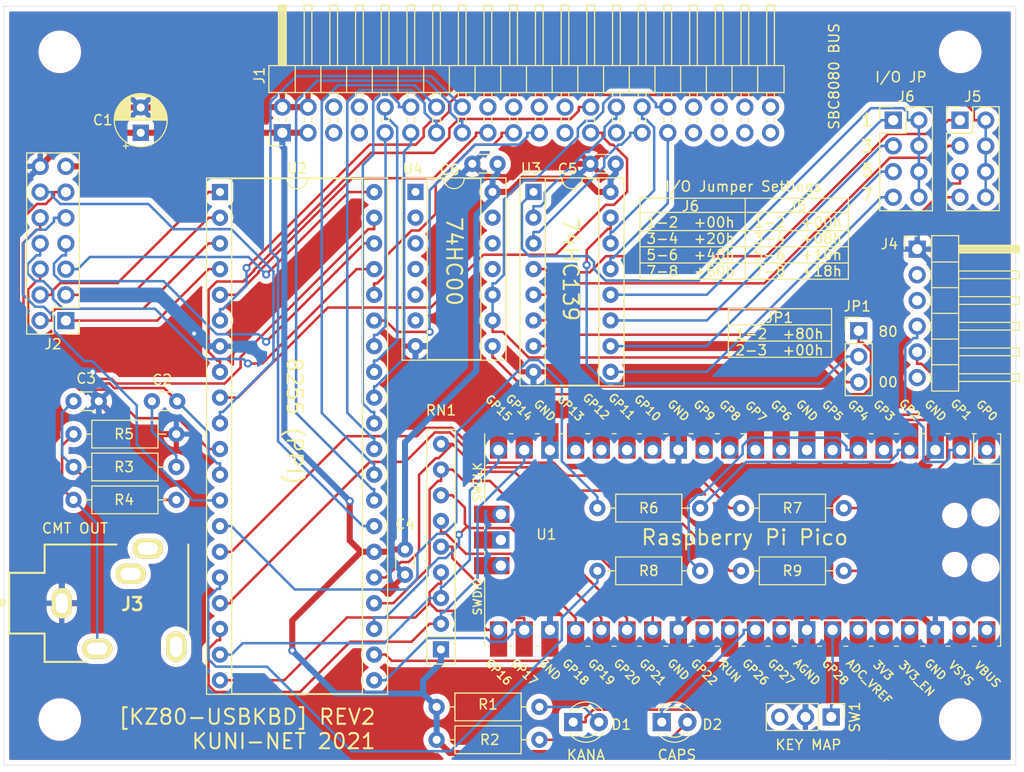
<source format=kicad_pcb>
(kicad_pcb (version 20211014) (generator pcbnew)
  (layers (0 "F.Cu" signal) (31 "B.Cu" signal) (34 "B.Paste" user) (35 "F.Paste" user) (36 "B.SilkS" user "B.Silkscreen") (37 "F.SilkS" user "F.Silkscreen") (38 "B.Mask" user) (39 "F.Mask" user) (44 "Edge.Cuts" user))
  (net 0 "")
  (net 1 "GND")
  (net 2 "VCC")
  (net 3 "/PC5")
  (net 4 "Net-(C2-Pad1)")
  (net 5 "Net-(C3-Pad1)")
  (net 6 "Net-(D1-Pad2)")
  (net 7 "Net-(D1-Pad1)")
  (net 8 "Net-(D2-Pad2)")
  (net 9 "Net-(D2-Pad1)")
  (net 10 "/A7")
  (net 11 "/A6")
  (net 12 "/A5")
  (net 13 "/A4")
  (net 14 "/A3")
  (net 15 "A1")
  (net 16 "A0")
  (net 17 "RESET")
  (net 18 "~{IOWR}")
  (net 19 "~{IORD}")
  (net 20 "/D7")
  (net 21 "/D6")
  (net 22 "/D5")
  (net 23 "/D4")
  (net 24 "/D3")
  (net 25 "/D2")
  (net 26 "D1")
  (net 27 "D0")
  (net 28 "/PC7")
  (net 29 "/PC6")
  (net 30 "/PC4")
  (net 31 "/PA7")
  (net 32 "/PA6")
  (net 33 "/PA5")
  (net 34 "/PA4")
  (net 35 "/PA3")
  (net 36 "/PA2")
  (net 37 "/PA1")
  (net 38 "/PA0")
  (net 39 "Net-(J3-Pad5)")
  (net 40 "TxD")
  (net 41 "RxD")
  (net 42 "PPI-CE")
  (net 43 "Net-(J5-Pad7)")
  (net 44 "Net-(J5-Pad5)")
  (net 45 "Net-(J5-Pad3)")
  (net 46 "Net-(J5-Pad1)")
  (net 47 "Net-(J6-Pad2)")
  (net 48 "Net-(J6-Pad7)")
  (net 49 "Net-(J6-Pad5)")
  (net 50 "Net-(J6-Pad3)")
  (net 51 "Net-(J6-Pad1)")
  (net 52 "Net-(JP1-Pad2)")
  (net 53 "Net-(JP1-Pad1)")
  (net 54 "Net-(SW1-Pad1)")
  (net 58 "/X2")
  (net 59 "/X3")
  (net 60 "/X4")
  (net 61 "/X5")
  (net 62 "/X6")
  (net 63 "/X7")
  (net 70 "/X1")
  (net 71 "/X0")
  (net 81 "/Y3")
  (net 82 "/Y2")
  (net 83 "/Y1")
  (net 84 "/Y0")
  (net 85 "Net-(R6-Pad1)")
  (net 86 "Net-(R7-Pad1)")
  (net 87 "Net-(R8-Pad1)")
  (net 88 "Net-(R9-Pad1)")
  (footprint "Capacitor_THT:CP_Radial_D5.0mm_P2.50mm" (layer "F.Cu") (at 105.5 66.5 90)
    (fp_text reference "C1")
    (fp_text value "10u")
  )
  (footprint "Capacitor_THT:C_Disc_D3.0mm_W1.6mm_P2.50mm" (layer "F.Cu") (at 106.608 93.036)
    (fp_text reference "C2")
    (fp_text value "0.1u")
  )
  (footprint "Capacitor_THT:C_Disc_D3.0mm_W1.6mm_P2.50mm" (layer "F.Cu") (at 98.858 93.036)
    (fp_text reference "C3")
    (fp_text value "0.022u")
  )
  (footprint "Capacitor_THT:C_Disc_D3.0mm_W1.6mm_P2.50mm" (layer "F.Cu") (at 131.624 110.184 90)
    (fp_text reference "C4")
    (fp_text value "0.1u")
  )
  (footprint "Capacitor_THT:C_Disc_D3.0mm_W1.6mm_P2.50mm" (layer "F.Cu") (at 152.452 69.564 180)
    (fp_text reference "C5")
    (fp_text value "0.1u")
  )
  (footprint "Capacitor_THT:C_Disc_D3.0mm_W1.6mm_P2.50mm" (layer "F.Cu") (at 140.778 69.564 180)
    (fp_text reference "C6")
    (fp_text value "0.1u")
  )
  (footprint "LED_THT:LED_D3.0mm" (layer "F.Cu") (at 148.25 124.75)
    (fp_text reference "D1")
    (fp_text value "KANA LED")
  )
  (footprint "LED_THT:LED_D3.0mm" (layer "F.Cu") (at 157 124.75)
    (fp_text reference "D2")
    (fp_text value "CAPS LED")
  )
  (footprint "Connector_PinHeader_2.54mm:PinHeader_2x20_P2.54mm_Horizontal" (layer "F.Cu") (at 119.5 66.5 90)
    (fp_text reference "J1")
    (fp_text value "SBC8080 BUS")
  )
  (footprint "Connector_PinHeader_2.54mm:PinHeader_2x07_P2.54mm_Vertical" (layer "F.Cu") (at 98.101 85.063 180)
    (fp_text reference "J2")
    (fp_text value "CON-A")
  )
  (footprint "AJ-1780:AJ-1780" (layer "F.Cu") (at 96 113)
    (fp_text reference "J3")
    (fp_text value "CMT-OUT" hide)
  )
  (footprint "Connector_PinHeader_2.54mm:PinHeader_1x06_P2.54mm_Horizontal" (layer "F.Cu") (at 182.25 78)
    (fp_text reference "J4")
    (fp_text value "232C(DEBUG)")
  )
  (footprint "Connector_PinHeader_2.54mm:PinHeader_2x04_P2.54mm_Vertical" (layer "F.Cu") (at 186.483 65.256)
    (fp_text reference "J5")
    (fp_text value "ADR-JP2")
  )
  (footprint "Connector_PinHeader_2.54mm:PinHeader_2x04_P2.54mm_Vertical" (layer "F.Cu") (at 179.883 65.256)
    (fp_text reference "J6")
    (fp_text value "ADR-JP1")
  )
  (footprint "Connector_PinHeader_2.54mm:PinHeader_1x03_P2.54mm_Vertical" (layer "F.Cu") (at 176.476 86.074)
    (fp_text reference "JP1")
    (fp_text value "A7_JP")
  )
  (footprint "MountingHole:MountingHole_3.2mm_M3" (layer "F.Cu") (at 97.5 58.5)
    (fp_text reference "MH1" hide)
    (fp_text value "MountingHole")
  )
  (footprint "MountingHole:MountingHole_3.2mm_M3" (layer "F.Cu") (at 186.5 58.5)
    (fp_text reference "MH2" hide)
    (fp_text value "MountingHole")
  )
  (footprint "MountingHole:MountingHole_3.2mm_M3" (layer "F.Cu") (at 97.5 124.5)
    (fp_text reference "MH3" hide)
    (fp_text value "MountingHole")
  )
  (footprint "MountingHole:MountingHole_3.2mm_M3" (layer "F.Cu") (at 186.5 124.5)
    (fp_text reference "MH4" hide)
    (fp_text value "MountingHole")
  )
  (footprint "Resistor_THT:R_Axial_DIN0207_L6.3mm_D2.5mm_P10.16mm_Horizontal" (layer "F.Cu") (at 134.75 123.25)
    (fp_text reference "R1")
    (fp_text value "1k")
  )
  (footprint "Resistor_THT:R_Axial_DIN0207_L6.3mm_D2.5mm_P10.16mm_Horizontal" (layer "F.Cu") (at 134.75 126.5)
    (fp_text reference "R2")
    (fp_text value "1k")
  )
  (footprint "Resistor_THT:R_Axial_DIN0207_L6.3mm_D2.5mm_P10.16mm_Horizontal" (layer "F.Cu") (at 98.858 99.536)
    (fp_text reference "R3")
    (fp_text value "4.7k")
  )
  (footprint "Resistor_THT:R_Axial_DIN0207_L6.3mm_D2.5mm_P10.16mm_Horizontal" (layer "F.Cu") (at 98.858 102.786)
    (fp_text reference "R4")
    (fp_text value "47k")
  )
  (footprint "Resistor_THT:R_Axial_DIN0207_L6.3mm_D2.5mm_P10.16mm_Horizontal" (layer "F.Cu") (at 98.858 96.286)
    (fp_text reference "R5")
    (fp_text value "100")
  )
  (footprint "Connector_PinHeader_2.54mm:PinHeader_1x03_P2.54mm_Vertical" (layer "F.Cu") (at 173.75 124.25 -90)
    (fp_text reference "SW1")
    (fp_text value "SW_SPST")
  )
  (footprint "RPi_Pico:RPi_Pico_SMD_TH" (layer "F.Cu") (at 165 106.75 -90)
    (fp_text reference "U1")
    (fp_text value "Pico")
  )
  (footprint "Package_DIP:DIP-40_W15.24mm_Socket" (layer "F.Cu") (at 113.336 72.358)
    (fp_text reference "U2")
    (fp_text value "8255")
  )
  (footprint "Package_DIP:DIP-16_W7.62mm_Socket" (layer "F.Cu") (at 144.324 72.348)
    (fp_text reference "U3")
    (fp_text value "74HC139")
  )
  (footprint "Package_DIP:DIP-14_W7.62mm_Socket" (layer "F.Cu") (at 132.66 72.348)
    (fp_text reference "U4")
    (fp_text value "74HC00")
  )
  (footprint "Resistor_THT:R_Axial_DIN0207_L6.3mm_D2.5mm_P10.16mm_Horizontal" (layer "F.Cu") (at 160.8 103.6 180)
    (fp_text reference "R6")
    (fp_text value "10k")
  )
  (footprint "Resistor_THT:R_Axial_DIN0207_L6.3mm_D2.5mm_P10.16mm_Horizontal" (layer "F.Cu") (at 175 103.6 180)
    (fp_text reference "R7")
    (fp_text value "10k")
  )
  (footprint "Resistor_THT:R_Axial_DIN0207_L6.3mm_D2.5mm_P10.16mm_Horizontal" (layer "F.Cu") (at 160.8 109.8 180)
    (fp_text reference "R8")
    (fp_text value "10k")
  )
  (footprint "Resistor_THT:R_Axial_DIN0207_L6.3mm_D2.5mm_P10.16mm_Horizontal" (layer "F.Cu") (at 175 109.8 180)
    (fp_text reference "R9")
    (fp_text value "10k")
  )
  (footprint "Resistor_THT:R_Array_SIP9" (layer "F.Cu") (at 135.18 117.57 90)
    (fp_text reference "RN1")
    (fp_text value "chB-PullUP")
  )
  (gr_line (start 154.852 72.968) (end 155.052 72.968) (layer "F.SilkS") (width 0.12))
  (gr_line (start 154.852 80.968) (end 165.252 80.968) (layer "F.SilkS") (width 0.12))
  (gr_line (start 163.588 85.49) (end 163.588 83.89) (layer "F.SilkS") (width 0.12))
  (gr_line (start 173.788 88.69) (end 173.788 85.49) (layer "F.SilkS") (width 0.12))
  (gr_line (start 165.252 72.968) (end 165.252 80.968) (layer "F.SilkS") (width 0.12))
  (gr_line (start 155.052 72.968) (end 175.452 72.968) (layer "F.SilkS") (width 0.12))
  (gr_line (start 165.252 80.968) (end 175.452 80.968) (layer "F.SilkS") (width 0.12))
  (gr_line (start 175.452 77.768) (end 154.852 77.768) (layer "F.SilkS") (width 0.12))
  (gr_line (start 173.788 83.89) (end 173.788 85.49) (layer "F.SilkS") (width 0.12))
  (gr_line (start 154.852 74.368) (end 154.852 72.968) (layer "F.SilkS") (width 0.12))
  (gr_line (start 173.788 85.49) (end 163.588 85.49) (layer "F.SilkS") (width 0.12))
  (gr_line (start 154.852 79.368) (end 175.452 79.368) (layer "F.SilkS") (width 0.12))
  (gr_line (start 154.852 74.368) (end 154.852 80.968) (layer "F.SilkS") (width 0.12))
  (gr_line (start 154.852 76.168) (end 175.452 76.168) (layer "F.SilkS") (width 0.12))
  (gr_line (start 173.788 87.09) (end 163.588 87.09) (layer "F.SilkS") (width 0.12))
  (gr_line (start 163.588 85.49) (end 163.588 88.69) (layer "F.SilkS") (width 0.12))
  (gr_line (start 163.588 83.89) (end 173.788 83.89) (layer "F.SilkS") (width 0.12))
  (gr_line (start 175.452 72.968) (end 175.452 74.368) (layer "F.SilkS") (width 0.12))
  (gr_line (start 175.452 74.368) (end 154.852 74.368) (layer "F.SilkS") (width 0.12))
  (gr_line (start 163.588 88.69) (end 173.788 88.69) (layer "F.SilkS") (width 0.12))
  (gr_line (start 175.452 74.368) (end 175.452 80.968) (layer "F.SilkS") (width 0.12))
  (gr_line (start 192 54) (end 192 129) (layer "Edge.Cuts") (width 0.05))
  (gr_line (start 92 129) (end 92 54) (layer "Edge.Cuts") (width 0.05))
  (gr_line (start 192 129) (end 92 129) (layer "Edge.Cuts") (width 0.05))
  (gr_line (start 92 54) (end 192 54) (layer "Edge.Cuts") (width 0.05))
  (gr_text "3" (at 177.283 67.856) (layer "F.SilkS") (effects (font (size 1.2 1.2) (thickness 0.2))))
  (gr_text "5" (at 177.344 70.212) (layer "F.SilkS") (effects (font (size 1.2 1.2) (thickness 0.2))))
  (gr_text "7" (at 177.344 72.612) (layer "F.SilkS") (effects (font (size 1.2 1.2) (thickness 0.2))))
  (gr_text "00" (at 179.376 91.154) (layer "F.SilkS") (effects (font (size 1 1))))
  (gr_text "74HC00" (at 136.47 79.206 270) (layer "F.SilkS") (effects (font (size 1.5 1.5) (thickness 0.2))))
  (gr_text "74HC139" (at 148 80 270) (layer "F.SilkS") (effects (font (size 1.5 1.5) (thickness 0.2))))
  (gr_text "8255 (PPI)" (at 120.702 95 270) (layer "F.SilkS") (effects (font (size 1.5 1.5) (thickness 0.2))))
  (gr_text "KANA" (at 149.5 128) (layer "F.SilkS") (effects (font (size 1 1))))
  (gr_text "I/O Jumper Settings" (at 165.104 71.806) (layer "F.SilkS") (effects (font (size 1 1))))
  (gr_text "[KZ80-USBKBD] REV2\nKUNI-NET 2021" (at 128.83 125.444) (layer "F.SilkS") (effects (font (size 1.5 1.5) (thickness 0.2)) (justify right)))
  (gr_text "80" (at 179.376 86.154) (layer "F.SilkS") (effects (font (size 1 1))))
  (gr_text "I/O JP" (at 180.646 61) (layer "F.SilkS") (effects (font (size 1 1))))
  (gr_text "SBC8080 BUS" (at 174.042 60.928 90) (layer "F.SilkS") (effects (font (size 1 1))))
  (gr_text "Raspberry Pi Pico" (at 165.2 106.5) (layer "F.SilkS") (effects (font (size 1.5 1.5) (thickness 0.2))))
  (gr_text "KEY MAP" (at 171.5 127) (layer "F.SilkS") (effects (font (size 1 1))))
  (gr_text "J5\n1-2  +00h\n3-4  +08h\n5-6  +10h\n7-8  +18h" (at 170.452 76.968) (layer "F.SilkS") (effects (font (size 1 1))))
  (gr_text "CAPS" (at 158.5 128) (layer "F.SilkS") (effects (font (size 1 1))))
  (gr_text "CMT OUT" (at 99 105.6) (layer "F.SilkS") (effects (font (size 1 1))))
  (gr_text "JP1\n1-2  +80h\n2-3  +00h" (at 168.638 86.39) (layer "F.SilkS") (effects (font (size 1 1))))
  (gr_text "1" (at 177.283 65.256) (layer "F.SilkS") (effects (font (size 1.2 1.2) (thickness 0.2))))
  (gr_text "J6\n1-2  +00h\n3-4  +20h\n5-6  +40h\n7-8  +60h" (at 159.852 76.968) (layer "F.SilkS") (effects (font (size 1 1))))
  (segment (start 100.7394 90.1087) (end 104.5039 86.3442) (width 0.6) (layer "F.Cu") (net 1))
  (segment (start 158.65 117.3905) (end 158.65 115.64) (width 0.6) (layer "F.Cu") (net 1))
  (segment (start 101.384 64) (end 105.5 64) (width 0.6) (layer "F.Cu") (net 1))
  (segment (start 132.646 122.4002) (end 134.1927 120.8535) (width 0.6) (layer "F.Cu") (net 1))
  (segment (start 158.65 115.64) (end 160.0003 114.2897) (width 0.6) (layer "F.Cu") (net 1))
  (segment (start 133.9603 87.588) (end 138.796 92.4237) (width 0.6) (layer "F.Cu") (net 1))
  (segment (start 182.6997 114.2897) (end 184.05 115.64) (width 0.6) (layer "F.Cu") (net 1))
  (segment (start 149.952 69.564) (end 143.6088 69.564) (width 0.6) (layer "F.Cu") (net 1))
  (segment (start 100.168 113) (end 109.5682 122.4002) (width 0.6) (layer "F.Cu") (net 1))
  (segment (start 173.6532 114.2897) (end 182.6997 114.2897) (width 0.6) (layer "F.Cu") (net 1))
  (segment (start 95.561 69.823) (end 101.384 64) (width 0.6) (layer "F.Cu") (net 1))
  (segment (start 160.0003 114.2897) (end 171.35 114.2897) (width 0.6) (layer "F.Cu") (net 1))
  (segment (start 145.95 96.1753) (end 145.95 97.86) (width 0.6) (layer "F.Cu") (net 1))
  (segment (start 139.595 70.881) (end 138.278 69.564) (width 0.6) (layer "F.Cu") (net 1))
  (segment (start 142.2918 70.881) (end 139.595 70.881) (width 0.6) (layer "F.Cu") (net 1))
  (segment (start 118.1097 64) (end 118.1497 63.96) (width 0.6) (layer "F.Cu") (net 1))
  (segment (start 138.796 92.4237) (end 142.1984 92.4237) (width 0.6) (layer "F.Cu") (net 1))
  (segment (start 173.6532 114.2897) (end 173.6532 103.0857) (width 0.6) (layer "F.Cu") (net 1))
  (segment (start 104.5039 86.3442) (end 110.7819 86.3442) (width 0.6) (layer "F.Cu") (net 1))
  (segment (start 109.5682 122.4002) (end 132.646 122.4002) (width 0.6) (layer "F.Cu") (net 1))
  (segment (start 105.5 64) (end 118.1097 64) (width 0.6) (layer "F.Cu") (net 1))
  (segment (start 119.5 63.96) (end 118.1497 63.96) (width 0.6) (layer "F.Cu") (net 1))
  (segment (start 104.608 96.286) (end 109.018 96.286) (width 0.6) (layer "F.Cu") (net 1))
  (segment (start 155.187 120.8535) (end 158.65 117.3905) (width 0.6) (layer "F.Cu") (net 1))
  (segment (start 171.35 115.64) (end 171.35 114.2897) (width 0.6) (layer "F.Cu") (net 1))
  (segment (start 134.1927 120.8535) (end 155.187 120.8535) (width 0.6) (layer "F.Cu") (net 1))
  (segment (start 119.5 63.96) (end 122.04 63.96) (width 0.6) (layer "F.Cu") (net 1))
  (segment (start 142.1984 92.4237) (end 145.95 96.1753) (width 0.6) (layer "F.Cu") (net 1))
  (segment (start 101.358 93.036) (end 104.608 96.286) (width 0.6) (layer "F.Cu") (net 1))
  (segment (start 132.66 87.588) (end 133.9603 87.588) (width 0.6) (layer "F.Cu") (net 1))
  (segment (start 181.8565 100.0535) (end 184.05 97.86) (width 0.6) (layer "F.Cu") (net 1))
  (segment (start 97.7 113) (end 100.168 113) (width 0.6) (layer "F.Cu") (net 1))
  (segment (start 176.6854 100.0535) (end 181.8565 100.0535) (width 0.6) (layer "F.Cu") (net 1))
  (segment (start 171.35 114.2897) (end 173.6532 114.2897) (width 0.6) (layer "F.Cu") (net 1))
  (segment (start 173.6532 103.0857) (end 176.6854 100.0535) (width 0.6) (layer "F.Cu") (net 1))
  (segment (start 143.6088 69.564) (end 142.2918 70.881) (width 0.6) (layer "F.Cu") (net 1))
  (via (at 100.7394 90.1087) (size 0.8) (drill 0.4) (layers "F.Cu" "B.Cu") (net 1))
  (via (at 110.7819 86.3442) (size 0.8) (drill 0.4) (layers "F.Cu" "B.Cu") (net 1))
  (segment (start 157.5768 108.4461) (end 157.5768 100.2835) (width 0.6) (layer "B.Cu") (net 1))
  (segment (start 93.217 84.6424) (end 99.8159 91.2413) (width 0.6) (layer "B.Cu") (net 1))
  (segment (start 130.3103 91.238) (end 132.66 88.8883) (width 0.6) (layer "B.Cu") (net 1))
  (segment (start 99.8159 91.2413) (end 99.9315 91.2413) (width 0.6) (layer "B.Cu") (net 1))
  (segment (start 98.6401 101.161) (end 97.547 102.2541) (width 0.6) (layer "B.Cu") (net 1))
  (segment (start 145.95 115.64) (end 145.95 108.4461) (width 0.6) (layer "B.Cu") (net 1))
  (segment (start 110.7819 86.3442) (end 112.0357 87.598) (width 0.6) (layer "B.Cu") (net 1))
  (segment (start 171.35 116.9903) (end 171.21 117.1303) (width 0.6) (layer "B.Cu") (net 1))
  (segment (start 97.547 102.2541) (end 97.547 110.8467) (width 0.6) (layer "B.Cu") (net 1))
  (segment (start 144.324 90.128) (end 144.324 91.4283) (width 0.6) (layer "B.Cu") (net 1))
  (segment (start 157.5768 113.2165) (end 157.5768 108.4461) (width 0.6) (layer "B.Cu") (net 1))
  (segment (start 138.278 69.564) (end 135.319 72.523) (width 0.6) (layer "B.Cu") (net 1))
  (segment (start 99.9315 91.2413) (end 100.7394 90.4334) (width 0.6) (layer "B.Cu") (net 1))
  (segment (start 145.95 93.0543) (end 144.324 91.4283) (width 0.6) (layer "B.Cu") (net 1))
  (segment (start 101.358 92.6678) (end 101.358 93.036) (width 0.6) (layer "B.Cu") (net 1))
  (segment (start 99.0921 101.161) (end 98.6401 101.161) (width 0.6) (layer "B.Cu") (net 1))
  (segment (start 135.319 86.2293) (end 133.9603 87.588) (width 0.6) (layer "B.Cu") (net 1))
  (segment (start 171.21 117.1303) (end 171.21 124.25) (width 0.6) (layer "B.Cu") (net 1))
  (segment (start 158.65 114.2897) (end 157.5768 113.2165) (width 0.6) (layer "B.Cu") (net 1))
  (segment (start 100.7394 90.4334) (end 100.7394 90.1087) (width 0.6) (layer "B.Cu") (net 1))
  (segment (start 157.5768 100.2835) (end 158.65 99.2103) (width 0.6) (layer "B.Cu") (net 1))
  (segment (start 158.65 115.64) (end 158.65 114.2897) (width 0.6) (layer "B.Cu") (net 1))
  (segment (start 113.336 87.598) (end 112.0357 87.598) (width 0.6) (layer "B.Cu") (net 1))
  (segment (start 135.319 72.523) (end 135.319 86.2293) (width 0.6) (layer "B.Cu") (net 1))
  (segment (start 132.66 87.588) (end 133.9603 87.588) (width 0.6) (layer "B.Cu") (net 1))
  (segment (start 131.624 110.184) (end 130.3103 108.8703) (width 0.6) (layer "B.Cu") (net 1))
  (segment (start 184.05 79.8) (end 184.05 97.86) (width 0.6) (layer "B.Cu") (net 1))
  (segment (start 171.35 115.64) (end 171.35 116.9903) (width 0.6) (layer "B.Cu") (net 1))
  (segment (start 158.65 97.86) (end 158.65 99.2103) (width 0.6) (layer "B.Cu") (net 1))
  (segment (start 99.9315 91.2413) (end 101.358 92.6678) (width 0.6) (layer "B.Cu") (net 1))
  (segment (start 95.561 69.823) (end 93.217 72.167) (width 0.6) (layer "B.Cu") (net 1))
  (segment (start 132.66 87.588) (end 132.66 88.8883) (width 0.6) (layer "B.Cu") (net 1))
  (segment (start 97.547 110.8467) (end 97.7 110.9997) (width 0.6) (layer "B.Cu") (net 1))
  (segment (start 93.217 72.167) (end 93.217 84.6424) (width 0.6) (layer "B.Cu") (net 1))
  (segment (start 101.358 93.036) (end 101.358 98.8951) (width 0.6) (layer "B.Cu") (net 1))
  (segment (start 145.95 108.4461) (end 145.95 97.86) (width 0.6) (layer "B.Cu") (net 1))
  (segment (start 145.95 97.86) (end 145.95 93.0543) (width 0.6) (layer "B.Cu") (net 1))
  (segment (start 182.25 78) (end 184.05 79.8) (width 0.6) (layer "B.Cu") (net 1))
  (segment (start 130.3103 108.8703) (end 130.3103 91.238) (width 0.6) (layer "B.Cu") (net 1))
  (segment (start 101.358 98.8951) (end 99.0921 101.161) (width 0.6) (layer "B.Cu") (net 1))
  (segment (start 97.7 113) (end 97.7 110.9997) (width 0.6) (layer "B.Cu") (net 1))
  (segment (start 145.95 108.4461) (end 157.5768 108.4461) (width 0.6) (layer "B.Cu") (net 1))
  (segment (start 141.9568 72.348) (end 141.5803 72.348) (width 0.6) (layer "F.Cu") (net 2))
  (segment (start 149.3267 71.031) (end 143.2738 71.031) (width 0.6) (layer "F.Cu") (net 2))
  (segment (start 129.2095 107.918) (end 128.576 107.918) (width 0.6) (layer "F.Cu") (net 2))
  (segment (start 129.2095 107.918) (end 129.8763 107.918) (width 0.6) (layer "F.Cu") (net 2))
  (segment (start 102.7743 66.5) (end 99.4513 69.823) (width 0.6) (layer "F.Cu") (net 2))
  (segment (start 189.13 115.64) (end 189.13 117.3136) (width 0.6) (layer "F.Cu") (net 2))
  (segment (start 140.28 72.348) (end 141.5803 72.348) (width 0.6) (layer "F.Cu") (net 2))
  (segment (start 105.5 66.5) (end 119.5 66.5) (width 0.6) (layer "F.Cu") (net 2))
  (segment (start 128.576 107.918) (end 127.2757 107.918) (width 0.6) (layer "F.Cu") (net 2))
  (segment (start 131.624 107.684) (end 130.1103 107.684) (width 0.6) (layer "F.Cu") (net 2))
  (segment (start 130.1103 107.684) (end 129.8763 107.918) (width 0.6) (layer "F.Cu") (net 2))
  (segment (start 126.1613 106.8036) (end 127.2757 107.918) (width 0.6) (layer "F.Cu") (net 2))
  (segment (start 189.13 117.3136) (end 178.6379 127.8057) (width 0.6) (layer "F.Cu") (net 2))
  (segment (start 120.4806 114.7131) (end 120.4806 117.6818) (width 0.6) (layer "F.Cu") (net 2))
  (segment (start 127.2757 107.918) (end 120.4806 114.7131) (width 0.6) (layer "F.Cu") (net 2))
  (segment (start 105.5 66.5) (end 102.7743 66.5) (width 0.6) (layer "F.Cu") (net 2))
  (segment (start 126.1613 102.9113) (end 126.1613 106.8036) (width 0.6) (layer "F.Cu") (net 2))
  (segment (start 151.944 72.348) (end 150.6437 72.348) (width 0.6) (layer "F.Cu") (net 2))
  (segment (start 119.5 66.5) (end 122.04 66.5) (width 0.6) (layer "F.Cu") (net 2))
  (segment (start 136.0557 127.8057) (end 134.75 126.5) (width 0.6) (layer "F.Cu") (net 2))
  (segment (start 143.2738 71.031) (end 141.9568 72.348) (width 0.6) (layer "F.Cu") (net 2))
  (segment (start 150.6437 72.348) (end 149.3267 71.031) (width 0.6) (layer "F.Cu") (net 2))
  (segment (start 98.101 69.823) (end 99.4513 69.823) (width 0.6) (layer "F.Cu") (net 2))
  (segment (start 178.6379 127.8057) (end 136.0557 127.8057) (width 0.6) (layer "F.Cu") (net 2))
  (via (at 126.1613 102.9113) (size 0.8) (drill 0.4) (layers "F.Cu" "B.Cu") (net 2))
  (via (at 120.4806 117.6818) (size 0.8) (drill 0.4) (layers "F.Cu" "B.Cu") (net 2))
  (segment (start 119.699 96.449) (end 119.699 68.0493) (width 0.6) (layer "B.Cu") (net 2))
  (segment (start 119.699 68.0493) (end 119.5 67.8503) (width 0.6) (layer "B.Cu") (net 2))
  (segment (start 152.452 69.564) (end 152.452 70.5397) (width 0.6) (layer "B.Cu") (net 2))
  (segment (start 140.28 73.0005) (end 140.28 72.348) (width 0.6) (layer "B.Cu") (net 2))
  (segment (start 138.6781 74.6024) (end 140.28 73.0005) (width 0.6) (layer "B.Cu") (net 2))
  (segment (start 131.624 97.0844) (end 138.6781 90.0303) (width 0.6) (layer "B.Cu") (net 2))
  (segment (start 133.4161 121.9296) (end 124.7284 121.9296) (width 0.6) (layer "B.Cu") (net 2))
  (segment (start 138.6781 90.0303) (end 138.6781 74.6024) (width 0.6) (layer "B.Cu") (net 2))
  (segment (start 126.1613 102.9113) (end 119.699 96.449) (width 0.6) (layer "B.Cu") (net 2))
  (segment (start 134.75 123.25) (end 134.7365 123.25) (width 0.6) (layer "B.Cu") (net 2))
  (segment (start 131.624 107.684) (end 131.624 97.0844) (width 0.6) (layer "B.Cu") (net 2))
  (segment (start 151.944 72.348) (end 151.944 71.0477) (width 0.6) (layer "B.Cu") (net 2))
  (segment (start 140.778 69.564) (end 140.778 70.5497) (width 0.6) (layer "B.Cu") (net 2))
  (segment (start 135.18 117.57) (end 135.18 118.8703) (width 0.6) (layer "B.Cu") (net 2))
  (segment (start 140.28 72.348) (end 140.28 71.0477) (width 0.6) (layer "B.Cu") (net 2))
  (segment (start 134.75 123.25) (end 134.75 126.5) (width 0.6) (layer "B.Cu") (net 2))
  (segment (start 133.4161 121.9296) (end 133.4161 120.6342) (width 0.6) (layer "B.Cu") (net 2))
  (segment (start 133.4161 120.6342) (end 135.18 118.8703) (width 0.6) (layer "B.Cu") (net 2))
  (segment (start 152.452 70.5397) (end 151.944 71.0477) (width 0.6) (layer "B.Cu") (net 2))
  (segment (start 134.7365 123.25) (end 133.4161 121.9296) (width 0.6) (layer "B.Cu") (net 2))
  (segment (start 119.5 66.5) (end 119.5 67.8503) (width 0.6) (layer "B.Cu") (net 2))
  (segment (start 140.778 70.5497) (end 140.28 71.0477) (width 0.6) (layer "B.Cu") (net 2))
  (segment (start 124.7284 121.9296) (end 120.4806 117.6818) (width 0.6) (layer "B.Cu") (net 2))
  (segment (start 109.108 93.036) (end 107.8067 91.7347) (width 0.25) (layer "F.Cu") (net 3))
  (segment (start 93.9129 77.3591) (end 95.1937 76.0783) (width 0.25) (layer "F.Cu") (net 3))
  (segment (start 99.4485 91.2845) (end 93.9129 85.7489) (width 0.25) (layer "F.Cu") (net 3))
  (segment (start 93.9129 85.7489) (end 93.9129 77.3591) (width 0.25) (layer "F.Cu") (net 3))
  (segment (start 102.8952 91.7347) (end 102.445 91.2845) (width 0.25) (layer "F.Cu") (net 3))
  (segment (start 102.445 91.2845) (end 99.4485 91.2845) (width 0.25) (layer "F.Cu") (net 3))
  (segment (start 107.8067 91.7347) (end 102.8952 91.7347) (width 0.25) (layer "F.Cu") (net 3))
  (segment (start 95.1937 76.0783) (end 95.561 76.0783) (width 0.25) (layer "F.Cu") (net 3))
  (segment (start 95.561 74.903) (end 95.561 76.0783) (width 0.25) (layer "F.Cu") (net 3))
  (segment (start 113.0546 99.1727) (end 113.336 99.1727) (width 0.25) (layer "B.Cu") (net 3))
  (segment (start 113.336 100.298) (end 113.336 99.1727) (width 0.25) (layer "B.Cu") (net 3))
  (segment (start 112.2107 98.3288) (end 113.0546 99.1727) (width 0.25) (layer "B.Cu") (net 3))
  (segment (start 112.2107 96.1387) (end 112.2107 98.3288) (width 0.25) (layer "B.Cu") (net 3))
  (segment (start 109.108 93.036) (end 112.2107 96.1387) (width 0.25) (layer "B.Cu") (net 3))
  (segment (start 109.018 99.536) (end 109.018 98.4107) (width 0.25) (layer "B.Cu") (net 4))
  (segment (start 106.608 93.036) (end 106.608 96.0007) (width 0.25) (layer "B.Cu") (net 4))
  (segment (start 106.608 96.0007) (end 109.018 98.4107) (width 0.25) (layer "B.Cu") (net 4))
  (segment (start 98.858 99.536) (end 102.108 102.786) (width 0.25) (layer "F.Cu") (net 5))
  (segment (start 102.108 102.786) (end 109.018 102.786) (width 0.25) (layer "F.Cu") (net 5))
  (segment (start 97.7293 94.1647) (end 97.7293 98.4073) (width 0.25) (layer "B.Cu") (net 5))
  (segment (start 97.7293 98.4073) (end 98.858 99.536) (width 0.25) (layer "B.Cu") (net 5))
  (segment (start 98.858 93.036) (end 97.7293 94.1647) (width 0.25) (layer "B.Cu") (net 5))
  (segment (start 144.91 123.25) (end 149.29 123.25) (width 0.25) (layer "B.Cu") (net 6))
  (segment (start 149.29 123.25) (end 150.79 124.75) (width 0.25) (layer "B.Cu") (net 6))
  (segment (start 149.4753 124.2904) (end 149.4753 124.75) (width 0.25) (layer "F.Cu") (net 7))
  (segment (start 162.385 123.5247) (end 150.241 123.5247) (width 0.25) (layer "F.Cu") (net 7))
  (segment (start 148.25 124.75) (end 149.4753 124.75) (width 0.25) (layer "F.Cu") (net 7))
  (segment (start 168.81 117.0997) (end 162.385 123.5247) (width 0.25) (layer "F.Cu") (net 7))
  (segment (start 150.241 123.5247) (end 149.4753 124.2904) (width 0.25) (layer "F.Cu") (net 7))
  (segment (start 168.81 115.64) (end 168.81 117.0997) (width 0.25) (layer "F.Cu") (net 7))
  (segment (start 144.91 126.5) (end 157.79 126.5) (width 0.25) (layer "F.Cu") (net 8))
  (segment (start 157.79 126.5) (end 159.54 124.75) (width 0.25) (layer "F.Cu") (net 8))
  (segment (start 165.0947 116.0207) (end 157.5907 123.5247) (width 0.25) (layer "B.Cu") (net 9))
  (segment (start 157.5907 123.5247) (end 157 123.5247) (width 0.25) (layer "B.Cu") (net 9))
  (segment (start 165.0947 115.64) (end 165.0947 116.0207) (width 0.25) (layer "B.Cu") (net 9))
  (segment (start 166.27 115.64) (end 165.0947 115.64) (width 0.25) (layer "B.Cu") (net 9))
  (segment (start 157 124.75) (end 157 123.5247) (width 0.25) (layer "B.Cu") (net 9))
  (segment (start 140.28 86.1733) (end 141.3025 86.1733) (width 0.25) (layer "F.Cu") (net 10))
  (segment (start 143.8426 88.7134) (end 172.8601 88.7134) (width 0.25) (layer "F.Cu") (net 10))
  (segment (start 140.28 85.048) (end 140.28 86.1733) (width 0.25) (layer "F.Cu") (net 10))
  (segment (start 172.8601 88.7134) (end 175.3007 91.154) (width 0.25) (layer "F.Cu") (net 10))
  (segment (start 176.476 91.154) (end 175.3007 91.154) (width 0.25) (layer "F.Cu") (net 10))
  (segment (start 141.3025 86.1733) (end 143.8426 88.7134) (width 0.25) (layer "F.Cu") (net 10))
  (segment (start 156.4247 63.5927) (end 155.5907 62.7587) (width 0.25) (layer "B.Cu") (net 10))
  (segment (start 157.6 63.96) (end 156.4247 63.96) (width 0.25) (layer "B.Cu") (net 10))
  (segment (start 140.28 85.048) (end 140.28 82.508) (width 0.25) (layer "B.Cu") (net 10))
  (segment (start 148.71 66.069) (end 148.71 66.8966) (width 0.25) (layer "B.Cu") (net 10))
  (segment (start 151.2166 64.4076) (end 150.2996 65.3246) (width 0.25) (layer "B.Cu") (net 10))
  (segment (start 143.3423 71.1552) (end 141.4053 73.0922) (width 0.25) (layer "B.Cu") (net 10))
  (segment (start 149.4544 65.3246) (end 148.71 66.069) (width 0.25) (layer "B.Cu") (net 10))
  (segment (start 144.4514 71.1552) (end 143.3423 71.1552) (width 0.25) (layer "B.Cu") (net 10))
  (segment (start 141.4053 80.5388) (end 140.5614 81.3827) (width 0.25) (layer "B.Cu") (net 10))
  (segment (start 140.5614 81.3827) (end 140.28 81.3827) (width 0.25) (layer "B.Cu") (net 10))
  (segment (start 156.4247 63.96) (end 156.4247 63.5927) (width 0.25) (layer "B.Cu") (net 10))
  (segment (start 150.2996 65.3246) (end 149.4544 65.3246) (width 0.25) (layer "B.Cu") (net 10))
  (segment (start 148.71 66.8966) (end 144.4514 71.1552) (width 0.25) (layer "B.Cu") (net 10))
  (segment (start 152.0588 62.7587) (end 151.2166 63.6009) (width 0.25) (layer "B.Cu") (net 10))
  (segment (start 155.5907 62.7587) (end 152.0588 62.7587) (width 0.25) (layer "B.Cu") (net 10))
  (segment (start 140.28 82.508) (end 140.28 81.3827) (width 0.25) (layer "B.Cu") (net 10))
  (segment (start 151.2166 63.6009) (end 151.2166 64.4076) (width 0.25) (layer "B.Cu") (net 10))
  (segment (start 141.4053 73.0922) (end 141.4053 80.5388) (width 0.25) (layer "B.Cu") (net 10))
  (segment (start 152.2253 78.8427) (end 151.944 78.8427) (width 0.25) (layer "B.Cu") (net 11))
  (segment (start 157.6 66.5) (end 157.6 73.468) (width 0.25) (layer "B.Cu") (net 11))
  (segment (start 157.6 73.468) (end 152.2253 78.8427) (width 0.25) (layer "B.Cu") (net 11))
  (segment (start 151.944 79.968) (end 151.944 78.8427) (width 0.25) (layer "B.Cu") (net 11))
  (segment (start 152.1483 76.3027) (end 151.944 76.3027) (width 0.25) (layer "B.Cu") (net 12))
  (segment (start 156.254 72.197) (end 152.1483 76.3027) (width 0.25) (layer "B.Cu") (net 12))
  (segment (start 155.4273 65.1353) (end 156.254 65.962) (width 0.25) (layer "B.Cu") (net 12))
  (segment (start 156.254 65.962) (end 156.254 72.197) (width 0.25) (layer "B.Cu") (net 12))
  (segment (start 151.944 77.428) (end 151.944 76.3027) (width 0.25) (layer "B.Cu") (net 12))
  (segment (start 155.06 63.96) (end 155.06 65.1353) (width 0.25) (layer "B.Cu") (net 12))
  (segment (start 155.06 65.1353) (end 155.4273 65.1353) (width 0.25) (layer "B.Cu") (net 12))
  (segment (start 151.3186 69.0971) (end 151.3186 69.8707) (width 0.25) (layer "B.Cu") (net 13))
  (segment (start 151.3186 69.8707) (end 144.8866 76.3027) (width 0.25) (layer "B.Cu") (net 13))
  (segment (start 155.06 66.5) (end 153.8847 66.5) (width 0.25) (layer "B.Cu") (net 13))
  (segment (start 152.7404 67.6753) (end 151.3186 69.0971) (width 0.25) (layer "B.Cu") (net 13))
  (segment (start 144.8866 76.3027) (end 144.324 76.3027) (width 0.25) (layer "B.Cu") (net 13))
  (segment (start 153.8847 66.8172) (end 153.0266 67.6753) (width 0.25) (layer "B.Cu") (net 13))
  (segment (start 153.0266 67.6753) (end 152.7404 67.6753) (width 0.25) (layer "B.Cu") (net 13))
  (segment (start 153.8847 66.5) (end 153.8847 66.8172) (width 0.25) (layer "B.Cu") (net 13))
  (segment (start 144.324 77.428) (end 144.324 76.3027) (width 0.25) (layer "B.Cu") (net 13))
  (segment (start 151.3447 66.83) (end 149.7793 68.3954) (width 0.25) (layer "B.Cu") (net 14))
  (segment (start 152.1526 65.1353) (end 151.3447 65.9432) (width 0.25) (layer "B.Cu") (net 14))
  (segment (start 152.52 63.96) (end 152.52 65.1353) (width 0.25) (layer "B.Cu") (net 14))
  (segment (start 149.4624 68.3954) (end 145.4493 72.4085) (width 0.25) (layer "B.Cu") (net 14))
  (segment (start 144.324 74.888) (end 144.324 73.7627) (width 0.25) (layer "B.Cu") (net 14))
  (segment (start 149.7793 68.3954) (end 149.4624 68.3954) (width 0.25) (layer "B.Cu") (net 14))
  (segment (start 152.52 65.1353) (end 152.1526 65.1353) (width 0.25) (layer "B.Cu") (net 14))
  (segment (start 145.4493 73.3408) (end 145.0274 73.7627) (width 0.25) (layer "B.Cu") (net 14))
  (segment (start 145.4493 72.4085) (end 145.4493 73.3408) (width 0.25) (layer "B.Cu") (net 14))
  (segment (start 145.0274 73.7627) (end 144.324 73.7627) (width 0.25) (layer "B.Cu") (net 14))
  (segment (start 151.3447 65.9432) (end 151.3447 66.83) (width 0.25) (layer "B.Cu") (net 14))
  (segment (start 148.8047 64.3274) (end 148.8047 63.96) (width 0.25) (layer "F.Cu") (net 15))
  (segment (start 113.336 89.0127) (end 113.0546 89.0127) (width 0.25) (layer "F.Cu") (net 15))
  (segment (start 136.01 66.9596) (end 136.01 66.069) (width 0.25) (layer "F.Cu") (net 15))
  (segment (start 116.6892 80.0597) (end 128.2632 68.4857) (width 0.25) (layer "F.Cu") (net 15))
  (segment (start 149.98 63.96) (end 148.8047 63.96) (width 0.25) (layer "F.Cu") (net 15))
  (segment (start 128.2632 68.4857) (end 134.4839 68.4857) (width 0.25) (layer "F.Cu") (net 15))
  (segment (start 112.2107 88.1688) (end 112.2107 82.0114) (width 0.25) (layer "F.Cu") (net 15))
  (segment (start 134.4839 68.4857) (end 136.01 66.9596) (width 0.25) (layer "F.Cu") (net 15))
  (segment (start 136.01 66.069) (end 136.9437 65.1353) (width 0.25) (layer "F.Cu") (net 15))
  (segment (start 113.0187 81.2034) (end 115.6369 81.2034) (width 0.25) (layer "F.Cu") (net 15))
  (segment (start 113.336 90.138) (end 113.336 89.0127) (width 0.25) (layer "F.Cu") (net 15))
  (segment (start 115.6369 81.2034) (end 116.6892 80.1511) (width 0.25) (layer "F.Cu") (net 15))
  (segment (start 136.9437 65.1353) (end 147.9968 65.1353) (width 0.25) (layer "F.Cu") (net 15))
  (segment (start 147.9968 65.1353) (end 148.8047 64.3274) (width 0.25) (layer "F.Cu") (net 15))
  (segment (start 113.0546 89.0127) (end 112.2107 88.1688) (width 0.25) (layer "F.Cu") (net 15))
  (segment (start 112.2107 82.0114) (end 113.0187 81.2034) (width 0.25) (layer "F.Cu") (net 15))
  (segment (start 116.6892 80.1511) (end 116.6892 80.0597) (width 0.25) (layer "F.Cu") (net 15))
  (segment (start 153.5773 69.0625) (end 152.1901 67.6753) (width 0.25) (layer "F.Cu") (net 16))
  (segment (start 113.336 92.678) (end 114.4613 92.678) (width 0.25) (layer "F.Cu") (net 16))
  (segment (start 146.5281 78.5534) (end 151.4635 73.618) (width 0.25) (layer "F.Cu") (net 16))
  (segment (start 153.5773 72.3296) (end 153.5773 69.0625) (width 0.25) (layer "F.Cu") (net 16))
  (segment (start 134.1583 83.778) (end 139.3829 78.5534) (width 0.25) (layer "F.Cu") (net 16))
  (segment (start 151.1553 66.8993) (end 151.1553 66.5) (width 0.25) (layer "F.Cu") (net 16))
  (segment (start 152.1901 67.6753) (end 151.9313 67.6753) (width 0.25) (layer "F.Cu") (net 16))
  (segment (start 139.3829 78.5534) (end 146.5281 78.5534) (width 0.25) (layer "F.Cu") (net 16))
  (segment (start 151.4635 73.618) (end 152.2889 73.618) (width 0.25) (layer "F.Cu") (net 16))
  (segment (start 114.4613 92.678) (end 115.0981 92.678) (width 0.25) (layer "F.Cu") (net 16))
  (segment (start 152.2889 73.618) (end 153.5773 72.3296) (width 0.25) (layer "F.Cu") (net 16))
  (segment (start 149.98 66.5) (end 151.1553 66.5) (width 0.25) (layer "F.Cu") (net 16))
  (segment (start 115.0981 92.678) (end 123.9981 83.778) (width 0.25) (layer "F.Cu") (net 16))
  (segment (start 151.9313 67.6753) (end 151.1553 66.8993) (width 0.25) (layer "F.Cu") (net 16))
  (segment (start 123.9981 83.778) (end 134.1583 83.778) (width 0.25) (layer "F.Cu") (net 16))
  (segment (start 130.8265 86.1832) (end 134.061 86.1832) (width 0.25) (layer "F.Cu") (net 17))
  (segment (start 129.7013 85.058) (end 130.8265 86.1832) (width 0.25) (layer "F.Cu") (net 17))
  (segment (start 128.576 85.058) (end 129.7013 85.058) (width 0.25) (layer "F.Cu") (net 17))
  (via (at 134.061 86.1832) (size 0.8) (drill 0.4) (layers "F.Cu" "B.Cu") (net 17))
  (segment (start 143.7247 66.5) (end 143.7247 66.8674) (width 0.25) (layer "B.Cu") (net 17))
  (segment (start 134.061 72.1837) (end 134.061 86.1832) (width 0.25) (layer "B.Cu") (net 17))
  (segment (start 138.5694 67.6753) (end 134.061 72.1837) (width 0.25) (layer "B.Cu") (net 17))
  (segment (start 143.7247 66.8674) (end 142.9168 67.6753) (width 0.25) (layer "B.Cu") (net 17))
  (segment (start 144.9 66.5) (end 143.7247 66.5) (width 0.25) (layer "B.Cu") (net 17))
  (segment (start 142.9168 67.6753) (end 138.5694 67.6753) (width 0.25) (layer "B.Cu") (net 17))
  (segment (start 134.6567 71.5479) (end 134.6567 74.5214) (width 0.25) (layer "F.Cu") (net 18))
  (segment (start 133.0201 76.158) (end 132.2774 76.158) (width 0.25) (layer "F.Cu") (net 18))
  (segment (start 128.576 82.518) (end 128.576 81.3927) (width 0.25) (layer "F.Cu") (net 18))
  (segment (start 140.3768 67.6753) (end 138.5293 67.6753) (width 0.25) (layer "F.Cu") (net 18))
  (segment (start 129.7013 78.7341) (end 129.7013 80.5488) (width 0.25) (layer "F.Cu") (net 18))
  (segment (start 138.5293 67.6753) (end 134.6567 71.5479) (width 0.25) (layer "F.Cu") (net 18))
  (segment (start 132.2774 76.158) (end 129.7013 78.7341) (width 0.25) (layer "F.Cu") (net 18))
  (segment (start 129.7013 80.5488) (end 128.8574 81.3927) (width 0.25) (layer "F.Cu") (net 18))
  (segment (start 141.1847 66.8674) (end 140.3768 67.6753) (width 0.25) (layer "F.Cu") (net 18))
  (segment (start 141.1847 66.5) (end 141.1847 66.8674) (width 0.25) (layer "F.Cu") (net 18))
  (segment (start 128.8574 81.3927) (end 128.576 81.3927) (width 0.25) (layer "F.Cu") (net 18))
  (segment (start 134.6567 74.5214) (end 133.0201 76.158) (width 0.25) (layer "F.Cu") (net 18))
  (segment (start 142.36 66.5) (end 141.1847 66.5) (width 0.25) (layer "F.Cu") (net 18))
  (segment (start 113.336 82.518) (end 114.4613 82.518) (width 0.25) (layer "F.Cu") (net 19))
  (segment (start 134.4636 70.991) (end 138.6447 66.8099) (width 0.25) (layer "F.Cu") (net 19))
  (segment (start 117.1395 80.3377) (end 117.1395 80.2463) (width 0.25) (layer "F.Cu") (net 19))
  (segment (start 117.1395 80.2463) (end 126.3948 70.991) (width 0.25) (layer "F.Cu") (net 19))
  (segment (start 139.82 66.5) (end 138.6447 66.5) (width 0.25) (layer "F.Cu") (net 19))
  (segment (start 114.9592 82.518) (end 117.1395 80.3377) (width 0.25) (layer "F.Cu") (net 19))
  (segment (start 138.6447 66.8099) (end 138.6447 66.5) (width 0.25) (layer "F.Cu") (net 19))
  (segment (start 126.3948 70.991) (end 134.4636 70.991) (width 0.25) (layer "F.Cu") (net 19))
  (segment (start 114.4613 82.518) (end 114.9592 82.518) (width 0.25) (layer "F.Cu") (net 19))
  (segment (start 119.0737 78.9494) (end 118.3246 78.2003) (width 0.25) (layer "B.Cu") (net 20))
  (segment (start 134.218 60.898) (end 137.28 63.96) (width 0.25) (layer "B.Cu") (net 20))
  (segment (start 127.4507 105.378) (end 119.0737 97.001) (width 0.25) (layer "B.Cu") (net 20))
  (segment (start 118.3246 78.2003) (end 118.3246 63.4681) (width 0.25) (layer "B.Cu") (net 20))
  (segment (start 118.3246 63.4681) (end 120.8947 60.898) (width 0.25) (layer "B.Cu") (net 20))
  (segment (start 119.0737 97.001) (end 119.0737 78.9494) (width 0.25) (layer "B.Cu") (net 20))
  (segment (start 128.576 105.378) (end 127.4507 105.378) (width 0.25) (layer "B.Cu") (net 20))
  (segment (start 120.8947 60.898) (end 134.218 60.898) (width 0.25) (layer "B.Cu") (net 20))
  (segment (start 136.1047 63.6353) (end 136.1047 64.5168) (width 0.25) (layer "B.Cu") (net 21))
  (segment (start 137.28 66.5) (end 137.28 65.3247) (width 0.25) (layer "B.Cu") (net 21))
  (segment (start 133.8178 61.3484) (end 136.1047 63.6353) (width 0.25) (layer "B.Cu") (net 21))
  (segment (start 120.8632 63.4445) (end 122.9593 61.3484) (width 0.25) (layer "B.Cu") (net 21))
  (segment (start 136.9126 65.3247) (end 137.28 65.3247) (width 0.25) (layer "B.Cu") (net 21))
  (segment (start 128.3715 101.7127) (end 120.8632 94.2044) (width 0.25) (layer "B.Cu") (net 21))
  (segment (start 136.1047 64.5168) (end 136.9126 65.3247) (width 0.25) (layer "B.Cu") (net 21))
  (segment (start 122.9593 61.3484) (end 133.8178 61.3484) (width 0.25) (layer "B.Cu") (net 21))
  (segment (start 120.8632 94.2044) (end 120.8632 63.4445) (width 0.25) (layer "B.Cu") (net 21))
  (segment (start 128.576 101.7127) (end 128.3715 101.7127) (width 0.25) (layer "B.Cu") (net 21))
  (segment (start 128.576 102.838) (end 128.576 101.7127) (width 0.25) (layer "B.Cu") (net 21))
  (segment (start 132.5788 61.7988) (end 134.74 63.96) (width 0.25) (layer "B.Cu") (net 22))
  (segment (start 125.0109 61.7988) (end 132.5788 61.7988) (width 0.25) (layer "B.Cu") (net 22))
  (segment (start 128.3715 99.1727) (end 123.3961 94.1973) (width 0.25) (layer "B.Cu") (net 22))
  (segment (start 128.576 100.298) (end 128.576 99.1727) (width 0.25) (layer "B.Cu") (net 22))
  (segment (start 123.3961 63.4136) (end 125.0109 61.7988) (width 0.25) (layer "B.Cu") (net 22))
  (segment (start 123.3961 94.1973) (end 123.3961 63.4136) (width 0.25) (layer "B.Cu") (net 22))
  (segment (start 128.576 99.1727) (end 128.3715 99.1727) (width 0.25) (layer "B.Cu") (net 22))
  (segment (start 128.3715 96.6327) (end 128.576 96.6327) (width 0.25) (layer "B.Cu") (net 23))
  (segment (start 127.0752 62.2813) (end 125.9164 63.4401) (width 0.25) (layer "B.Cu") (net 23))
  (segment (start 134.3726 65.3247) (end 133.5647 64.5168) (width 0.25) (layer "B.Cu") (net 23))
  (segment (start 125.9164 63.4401) (end 125.9164 94.1776) (width 0.25) (layer "B.Cu") (net 23))
  (segment (start 133.5647 64.5168) (end 133.5647 63.5802) (width 0.25) (layer "B.Cu") (net 23))
  (segment (start 133.5647 63.5802) (end 132.2658 62.2813) (width 0.25) (layer "B.Cu") (net 23))
  (segment (start 134.74 66.5) (end 134.74 65.3247) (width 0.25) (layer "B.Cu") (net 23))
  (segment (start 128.576 97.758) (end 128.576 96.6327) (width 0.25) (layer "B.Cu") (net 23))
  (segment (start 132.2658 62.2813) (end 127.0752 62.2813) (width 0.25) (layer "B.Cu") (net 23))
  (segment (start 134.74 65.3247) (end 134.3726 65.3247) (width 0.25) (layer "B.Cu") (net 23))
  (segment (start 125.9164 94.1776) (end 128.3715 96.6327) (width 0.25) (layer "B.Cu") (net 23))
  (segment (start 128.2946 94.0927) (end 128.576 94.0927) (width 0.25) (layer "B.Cu") (net 24))
  (segment (start 128.4846 68.6633) (end 127.4507 69.6972) (width 0.25) (layer "B.Cu") (net 24))
  (segment (start 128.576 95.218) (end 128.576 94.0927) (width 0.25) (layer "B.Cu") (net 24))
  (segment (start 127.4507 93.2488) (end 128.2946 94.0927) (width 0.25) (layer "B.Cu") (net 24))
  (segment (start 131.0247 63.5927) (end 130.1637 62.7317) (width 0.25) (layer "B.Cu") (net 24))
  (segment (start 132.2 63.96) (end 131.0247 63.96) (width 0.25) (layer "B.Cu") (net 24))
  (segment (start 131.0247 63.96) (end 131.0247 63.5927) (width 0.25) (layer "B.Cu") (net 24))
  (segment (start 130.1637 62.7317) (end 129.1841 62.7317) (width 0.25) (layer "B.Cu") (net 24))
  (segment (start 128.4846 63.4312) (end 128.4846 68.6633) (width 0.25) (layer "B.Cu") (net 24))
  (segment (start 127.4507 69.6972) (end 127.4507 93.2488) (width 0.25) (layer "B.Cu") (net 24))
  (segment (start 129.1841 62.7317) (end 128.4846 63.4312) (width 0.25) (layer "B.Cu") (net 24))
  (segment (start 131.5346 68.3407) (end 131.5346 88.7721) (width 0.25) (layer "B.Cu") (net 25))
  (segment (start 128.754 91.5527) (end 128.576 91.5527) (width 0.25) (layer "B.Cu") (net 25))
  (segment (start 131.5346 88.7721) (end 128.754 91.5527) (width 0.25) (layer "B.Cu") (net 25))
  (segment (start 132.2 67.6753) (end 131.5346 68.3407) (width 0.25) (layer "B.Cu") (net 25))
  (segment (start 132.2 66.5) (end 132.2 67.6753) (width 0.25) (layer "B.Cu") (net 25))
  (segment (start 128.576 92.678) (end 128.576 91.5527) (width 0.25) (layer "B.Cu") (net 25))
  (segment (start 130.0273 65.1353) (end 130.852 65.96) (width 0.25) (layer "B.Cu") (net 26))
  (segment (start 128.576 90.138) (end 128.576 89.0127) (width 0.25) (layer "B.Cu") (net 26))
  (segment (start 129.66 63.96) (end 129.66 65.1353) (width 0.25) (layer "B.Cu") (net 26))
  (segment (start 130.852 87.018) (end 128.8573 89.0127) (width 0.25) (layer "B.Cu") (net 26))
  (segment (start 129.66 65.1353) (end 130.0273 65.1353) (width 0.25) (layer "B.Cu") (net 26))
  (segment (start 130.852 65.96) (end 130.852 87.018) (width 0.25) (layer "B.Cu") (net 26))
  (segment (start 128.8573 89.0127) (end 128.576 89.0127) (width 0.25) (layer "B.Cu") (net 26))
  (segment (start 129.66 66.5) (end 129.66 67.6753) (width 0.25) (layer "B.Cu") (net 27))
  (segment (start 128.576 87.598) (end 128.576 86.4727) (width 0.25) (layer "B.Cu") (net 27))
  (segment (start 129.66 67.6753) (end 129.7013 67.7166) (width 0.25) (layer "B.Cu") (net 27))
  (segment (start 129.7013 85.6288) (end 128.8574 86.4727) (width 0.25) (layer "B.Cu") (net 27))
  (segment (start 128.8574 86.4727) (end 128.576 86.4727) (width 0.25) (layer "B.Cu") (net 27))
  (segment (start 129.7013 67.7166) (end 129.7013 85.6288) (width 0.25) (layer "B.Cu") (net 27))
  (segment (start 96.7363 72.7304) (end 97.5442 73.5383) (width 0.25) (layer "B.Cu") (net 28))
  (segment (start 95.561 72.363) (end 96.7363 72.363) (width 0.25) (layer "B.Cu") (net 28))
  (segment (start 113.6174 94.0927) (end 113.336 94.0927) (width 0.25) (layer "B.Cu") (net 28))
  (segment (start 108.7484 76.0234) (end 114.4542 76.0234) (width 0.25) (layer "B.Cu") (net 28))
  (segment (start 106.2633 73.5383) (end 108.7484 76.0234) (width 0.25) (layer "B.Cu") (net 28))
  (segment (start 114.4542 76.0234) (end 118.6234 80.1926) (width 0.25) (layer "B.Cu") (net 28))
  (segment (start 113.336 95.218) (end 113.336 94.0927) (width 0.25) (layer "B.Cu") (net 28))
  (segment (start 97.5442 73.5383) (end 106.2633 73.5383) (width 0.25) (layer "B.Cu") (net 28))
  (segment (start 118.6234 89.0867) (end 113.6174 94.0927) (width 0.25) (layer "B.Cu") (net 28))
  (segment (start 118.6234 80.1926) (end 118.6234 89.0867) (width 0.25) (layer "B.Cu") (net 28))
  (segment (start 96.7363 72.363) (end 96.7363 72.7304) (width 0.25) (layer "B.Cu") (net 28))
  (segment (start 113.336 97.758) (end 112.2107 97.758) (width 0.25) (layer "F.Cu") (net 29))
  (segment (start 109.1587 94.706) (end 112.2107 97.758) (width 0.25) (layer "F.Cu") (net 29))
  (segment (start 93.4456 85.9234) (end 99.4159 91.8937) (width 0.25) (layer "F.Cu") (net 29))
  (segment (start 96.9257 72.363) (end 96.9257 72.7304) (width 0.25) (layer "F.Cu") (net 29))
  (segment (start 98.101 72.363) (end 96.9257 72.363) (width 0.25) (layer "F.Cu") (net 29))
  (segment (start 99.4159 91.8937) (end 102.2619 91.8937) (width 0.25) (layer "F.Cu") (net 29))
  (segment (start 95.2475 73.5383) (end 93.4456 75.3402) (width 0.25) (layer "F.Cu") (net 29))
  (segment (start 96.9257 72.7304) (end 96.1178 73.5383) (width 0.25) (layer "F.Cu") (net 29))
  (segment (start 93.4456 75.3402) (end 93.4456 85.9234) (width 0.25) (layer "F.Cu") (net 29))
  (segment (start 105.0742 94.706) (end 109.1587 94.706) (width 0.25) (layer "F.Cu") (net 29))
  (segment (start 102.2619 91.8937) (end 105.0742 94.706) (width 0.25) (layer "F.Cu") (net 29))
  (segment (start 96.1178 73.5383) (end 95.2475 73.5383) (width 0.25) (layer "F.Cu") (net 29))
  (segment (start 98.101 74.903) (end 96.9257 74.903) (width 0.25) (layer "B.Cu") (net 30))
  (segment (start 95.9206 83.6984) (end 96.9256 84.7034) (width 0.25) (layer "B.Cu") (net 30))
  (segment (start 96.9256 86.0526) (end 99.937 89.064) (width 0.25) (layer "B.Cu") (net 30))
  (segment (start 96.9257 74.903) (end 96.9257 75.2704) (width 0.25) (layer "B.Cu") (net 30))
  (segment (start 96.9257 75.2704) (end 96.1178 76.0783) (width 0.25) (layer "B.Cu") (net 30))
  (segment (start 100.7206 89.064) (end 105.1036 93.447) (width 0.25) (layer "B.Cu") (net 30))
  (segment (start 93.8424 77.473) (end 93.8424 82.4677) (width 0.25) (layer "B.Cu") (net 30))
  (segment (start 99.937 89.064) (end 100.7206 89.064) (width 0.25) (layer "B.Cu") (net 30))
  (segment (start 96.1178 76.0783) (end 95.2371 76.0783) (width 0.25) (layer "B.Cu") (net 30))
  (segment (start 95.0731 83.6984) (end 95.9206 83.6984) (width 0.25) (layer "B.Cu") (net 30))
  (segment (start 95.2371 76.0783) (end 93.8424 77.473) (width 0.25) (layer "B.Cu") (net 30))
  (segment (start 105.1036 93.447) (end 105.1036 97.28) (width 0.25) (layer "B.Cu") (net 30))
  (segment (start 93.8424 82.4677) (end 95.0731 83.6984) (width 0.25) (layer "B.Cu") (net 30))
  (segment (start 105.1036 97.28) (end 110.6616 102.838) (width 0.25) (layer "B.Cu") (net 30))
  (segment (start 96.9256 84.7034) (end 96.9256 86.0526) (width 0.25) (layer "B.Cu") (net 30))
  (segment (start 110.6616 102.838) (end 113.336 102.838) (width 0.25) (layer "B.Cu") (net 30))
  (segment (start 116.0989 89.3048) (end 117.5162 89.3048) (width 0.25) (layer "F.Cu") (net 31))
  (segment (start 126.843 79.978) (end 128.576 79.978) (width 0.25) (layer "F.Cu") (net 31))
  (segment (start 117.5162 89.3048) (end 126.843 79.978) (width 0.25) (layer "F.Cu") (net 31))
  (via (at 116.0989 89.3048) (size 0.8) (drill 0.4) (layers "F.Cu" "B.Cu") (net 31))
  (segment (start 94.3112 79.5008) (end 94.3112 80.4064) (width 0.25) (layer "B.Cu") (net 31))
  (segment (start 115.6621 88.868) (end 116.0989 89.3048) (width 0.25) (layer "B.Cu") (net 31))
  (segment (start 97.8008 83.8876) (end 106.9061 83.8876) (width 0.25) (layer "B.Cu") (net 31))
  (segment (start 95.8708 81.1686) (end 96.831 82.1288) (width 0.25) (layer "B.Cu") (net 31))
  (segment (start 95.1937 78.6183) (end 94.3112 79.5008) (width 0.25) (layer "B.Cu") (net 31))
  (segment (start 95.561 77.443) (end 95.561 78.6183) (width 0.25) (layer "B.Cu") (net 31))
  (segment (start 106.9061 83.8876) (end 111.8865 88.868) (width 0.25) (layer "B.Cu") (net 31))
  (segment (start 111.8865 88.868) (end 115.6621 88.868) (width 0.25) (layer "B.Cu") (net 31))
  (segment (start 95.0734 81.1686) (end 95.8708 81.1686) (width 0.25) (layer "B.Cu") (net 31))
  (segment (start 96.831 82.9178) (end 97.8008 83.8876) (width 0.25) (layer "B.Cu") (net 31))
  (segment (start 95.561 78.6183) (end 95.1937 78.6183) (width 0.25) (layer "B.Cu") (net 31))
  (segment (start 94.3112 80.4064) (end 95.0734 81.1686) (width 0.25) (layer "B.Cu") (net 31))
  (segment (start 96.831 82.1288) (end 96.831 82.9178) (width 0.25) (layer "B.Cu") (net 31))
  (segment (start 128.576 77.438) (end 127.4507 77.438) (width 0.25) (layer "F.Cu") (net 32))
  (segment (start 117.898 87.1587) (end 127.4507 77.606) (width 0.25) (layer "F.Cu") (net 32))
  (segment (start 127.4507 77.606) (end 127.4507 77.438) (width 0.25) (layer "F.Cu") (net 32))
  (via (at 117.898 87.1587) (size 0.8) (drill 0.4) (layers "F.Cu" "B.Cu") (net 32))
  (segment (start 113.0089 86.4121) (end 117.1514 86.4121) (width 0.25) (layer "B.Cu") (net 32))
  (segment (start 97.7337 78.6183) (end 96.9256 79.4264) (width 0.25) (layer "B.Cu") (net 32))
  (segment (start 98.101 78.6183) (end 97.7337 78.6183) (width 0.25) (layer "B.Cu") (net 32))
  (segment (start 96.9256 79.4264) (end 96.9256 80.5086) (width 0.25) (layer "B.Cu") (net 32))
  (segment (start 117.1514 86.4121) (end 117.898 87.1587) (width 0.25) (layer "B.Cu") (net 32))
  (segment (start 97.5858 81.1688) (end 107.7656 81.1688) (width 0.25) (layer "B.Cu") (net 32))
  (segment (start 96.9256 80.5086) (end 97.5858 81.1688) (width 0.25) (layer "B.Cu") (net 32))
  (segment (start 98.101 77.443) (end 98.101 78.6183) (width 0.25) (layer "B.Cu") (net 32))
  (segment (start 107.7656 81.1688) (end 113.0089 86.4121) (width 0.25) (layer "B.Cu") (net 32))
  (segment (start 128.0077 76.0233) (end 115.3736 88.6574) (width 0.25) (layer "F.Cu") (net 33))
  (segment (start 102.6315 90.8341) (end 99.6535 90.8341) (width 0.25) (layer "F.Cu") (net 33))
  (segment (start 94.3707 85.5513) (end 94.3707 81.9813) (width 0.25) (layer "F.Cu") (net 33))
  (segment (start 128.576 74.898) (end 128.576 76.0233) (width 0.25) (layer "F.Cu") (net 33))
  (segment (start 113.7984 91.2843) (end 103.0817 91.2843) (width 0.25) (layer "F.Cu") (net 33))
  (segment (start 95.1937 81.1583) (end 95.561 81.1583) (width 0.25) (layer "F.Cu") (net 33))
  (segment (start 94.3707 81.9813) (end 95.1937 81.1583) (width 0.25) (layer "F.Cu") (net 33))
  (segment (start 128.576 76.0233) (end 128.0077 76.0233) (width 0.25) (layer "F.Cu") (net 33))
  (segment (start 115.3736 89.7091) (end 113.7984 91.2843) (width 0.25) (layer "F.Cu") (net 33))
  (segment (start 95.561 79.983) (end 95.561 81.1583) (width 0.25) (layer "F.Cu") (net 33))
  (segment (start 103.0817 91.2843) (end 102.6315 90.8341) (width 0.25) (layer "F.Cu") (net 33))
  (segment (start 115.3736 88.6574) (end 115.3736 89.7091) (width 0.25) (layer "F.Cu") (net 33))
  (segment (start 99.6535 90.8341) (end 94.3707 85.5513) (width 0.25) (layer "F.Cu") (net 33))
  (segment (start 128.576 72.358) (end 127.4507 72.358) (width 0.25) (layer "F.Cu") (net 34))
  (segment (start 126.0538 72.358) (end 127.4507 72.358) (width 0.25) (layer "F.Cu") (net 34))
  (segment (start 117.8979 80.5139) (end 126.0538 72.358) (width 0.25) (layer "F.Cu") (net 34))
  (via (at 117.8979 80.5139) (size 0.8) (drill 0.4) (layers "F.Cu" "B.Cu") (net 34))
  (segment (start 98.101 79.983) (end 99.2763 79.983) (width 0.25) (layer "B.Cu") (net 34))
  (segment (start 116.1633 78.7793) (end 117.8979 80.5139) (width 0.25) (layer "B.Cu") (net 34))
  (segment (start 99.2763 79.983) (end 100.48 78.7793) (width 0.25) (layer "B.Cu") (net 34))
  (segment (start 100.48 78.7793) (end 116.1633 78.7793) (width 0.25) (layer "B.Cu") (net 34))
  (segment (start 113.336 72.358) (end 112.2107 72.358) (width 0.25) (layer "F.Cu") (net 35))
  (segment (start 95.561 82.523) (end 96.7363 82.523) (width 0.25) (layer "F.Cu") (net 35))
  (segment (start 96.7363 82.523) (end 96.7363 82.1556) (width 0.25) (layer "F.Cu") (net 35))
  (segment (start 97.5442 81.3477) (end 103.221 81.3477) (width 0.25) (layer "F.Cu") (net 35))
  (segment (start 103.221 81.3477) (end 112.2107 72.358) (width 0.25) (layer "F.Cu") (net 35))
  (segment (start 96.7363 82.1556) (end 97.5442 81.3477) (width 0.25) (layer "F.Cu") (net 35))
  (segment (start 98.101 82.523) (end 104.5857 82.523) (width 0.25) (layer "F.Cu") (net 36))
  (segment (start 113.336 74.898) (end 112.2107 74.898) (width 0.25) (layer "F.Cu") (net 36))
  (segment (start 104.5857 82.523) (end 112.2107 74.898) (width 0.25) (layer "F.Cu") (net 36))
  (segment (start 105.761 83.8877) (end 112.2107 77.438) (width 0.25) (layer "F.Cu") (net 37))
  (segment (start 96.7363 84.2549) (end 97.1035 83.8877) (width 0.25) (layer "F.Cu") (net 37))
  (segment (start 95.561 85.063) (end 96.7363 85.063) (width 0.25) (layer "F.Cu") (net 37))
  (segment (start 96.7363 85.063) (end 96.7363 84.2549) (width 0.25) (layer "F.Cu") (net 37))
  (segment (start 97.1035 83.8877) (end 105.761 83.8877) (width 0.25) (layer "F.Cu") (net 37))
  (segment (start 113.336 77.438) (end 112.2107 77.438) (width 0.25) (layer "F.Cu") (net 37))
  (segment (start 98.101 85.063) (end 107.1257 85.063) (width 0.25) (layer "F.Cu") (net 38))
  (segment (start 107.1257 85.063) (end 112.2107 79.978) (width 0.25) (layer "F.Cu") (net 38))
  (segment (start 113.336 79.978) (end 112.2107 79.978) (width 0.25) (layer "F.Cu") (net 38))
  (segment (start 98.858 102.786) (end 97.7293 101.6573) (width 0.25) (layer "F.Cu") (net 39))
  (segment (start 97.7293 101.6573) (end 97.7293 97.4147) (width 0.25) (layer "F.Cu") (net 39))
  (segment (start 97.7293 97.4147) (end 98.858 96.286) (width 0.25) (layer "F.Cu") (net 39))
  (segment (start 101.2 105.128) (end 98.858 102.786) (width 0.25) (layer "B.Cu") (net 39))
  (segment (start 101.2 117.5) (end 101.2 105.128) (width 0.25) (layer "B.Cu") (net 39))
  (segment (start 189.13 95.7746) (end 189.13 97.86) (width 0.25) (layer "F.Cu") (net 40))
  (segment (start 182.25 89.3353) (end 182.6907 89.3353) (width 0.25) (layer "F.Cu") (net 40))
  (segment (start 182.25 88.16) (end 182.25 89.3353) (width 0.25) (layer "F.Cu") (net 40))
  (segment (start 182.6907 89.3353) (end 189.13 95.7746) (width 0.25) (layer "F.Cu") (net 40))
  (segment (start 185.4147 98.6681) (end 185.4147 97.86) (width 0.25) (layer "B.Cu") (net 41))
  (segment (start 182.8746 98.9084) (end 183.0015 99.0353) (width 0.25) (layer "B.Cu") (net 41))
  (segment (start 181.0746 93.8417) (end 182.8746 95.6417) (width 0.25) (layer "B.Cu") (net 41))
  (segment (start 181.8827 86.7953) (end 181.0746 87.6034) (width 0.25) (layer "B.Cu") (net 41))
  (segment (start 182.25 85.62) (end 182.25 86.7953) (width 0.25) (layer "B.Cu") (net 41))
  (segment (start 185.0475 99.0353) (end 185.4147 98.6681) (width 0.25) (layer "B.Cu") (net 41))
  (segment (start 183.0015 99.0353) (end 185.0475 99.0353) (width 0.25) (layer "B.Cu") (net 41))
  (segment (start 181.0746 87.6034) (end 181.0746 93.8417) (width 0.25) (layer "B.Cu") (net 41))
  (segment (start 182.8746 95.6417) (end 182.8746 98.9084) (width 0.25) (layer "B.Cu") (net 41))
  (segment (start 186.59 97.86) (end 185.4147 97.86) (width 0.25) (layer "B.Cu") (net 41))
  (segment (start 182.25 86.7953) (end 181.8827 86.7953) (width 0.25) (layer "B.Cu") (net 41))
  (segment (start 187.8477 64.448) (end 186.1584 62.7587) (width 0.25) (layer "F.Cu") (net 42))
  (segment (start 135.9921 63.5854) (end 135.9921 64.3998) (width 0.25) (layer "F.Cu") (net 42))
  (segment (start 189.023 65.256) (end 187.8477 65.256) (width 0.25) (layer "F.Cu") (net 42))
  (segment (start 136.8188 62.7587) (end 135.9921 63.5854) (width 0.25) (layer "F.Cu") (net 42))
  (segment (start 187.8477 65.256) (end 187.8477 64.448) (width 0.25) (layer "F.Cu") (net 42))
  (segment (start 186.1584 62.7587) (end 136.8188 62.7587) (width 0.25) (layer "F.Cu") (net 42))
  (segment (start 133.47 66.069) (end 133.47 66.8937) (width 0.25) (layer "F.Cu") (net 42))
  (segment (start 134.2144 65.3246) (end 133.47 66.069) (width 0.25) (layer "F.Cu") (net 42))
  (segment (start 132.6883 67.6754) (end 128.1391 67.6754) (width 0.25) (layer "F.Cu") (net 42))
  (segment (start 135.9921 64.3998) (end 135.0673 65.3246) (width 0.25) (layer "F.Cu") (net 42))
  (segment (start 135.0673 65.3246) (end 134.2144 65.3246) (width 0.25) (layer "F.Cu") (net 42))
  (segment (start 133.47 66.8937) (end 132.6883 67.6754) (width 0.25) (layer "F.Cu") (net 42))
  (segment (start 128.1391 67.6754) (end 115.9562 79.8583) (width 0.25) (layer "F.Cu") (net 42))
  (via (at 115.9562 79.8583) (size 0.8) (drill 0.4) (layers "F.Cu" "B.Cu") (net 42))
  (segment (start 189.023 65.256) (end 189.023 67.796) (width 0.25) (layer "B.Cu") (net 42))
  (segment (start 115.9562 81.5938) (end 115.9562 79.8583) (width 0.25) (layer "B.Cu") (net 42))
  (segment (start 189.023 70.336) (end 189.023 72.876) (width 0.25) (layer "B.Cu") (net 42))
  (segment (start 113.336 83.9327) (end 113.6173 83.9327) (width 0.25) (layer "B.Cu") (net 42))
  (segment (start 113.6173 83.9327) (end 115.9562 81.5938) (width 0.25) (layer "B.Cu") (net 42))
  (segment (start 189.023 67.796) (end 189.023 70.336) (width 0.25) (layer "B.Cu") (net 42))
  (segment (start 113.336 85.058) (end 113.336 83.9327) (width 0.25) (layer "B.Cu") (net 42))
  (segment (start 186.483 72.876) (end 184.7906 72.876) (width 0.25) (layer "F.Cu") (net 43))
  (segment (start 171.2039 86.4627) (end 146.5746 86.4627) (width 0.25) (layer "F.Cu") (net 43))
  (segment (start 146.5746 86.4627) (end 145.4493 87.588) (width 0.25) (layer "F.Cu") (net 43))
  (segment (start 184.7906 72.876) (end 171.2039 86.4627) (width 0.25) (layer "F.Cu") (net 43))
  (segment (start 144.324 87.588) (end 145.4493 87.588) (width 0.25) (layer "F.Cu") (net 43))
  (segment (start 186.483 70.336) (end 186.483 71.5113) (width 0.25) (layer "F.Cu") (net 44))
  (segment (start 185.5184 71.5113) (end 173.107 83.9227) (width 0.25) (layer "F.Cu") (net 44))
  (segment (start 144.324 85.048) (end 145.4493 85.048) (width 0.25) (layer "F.Cu") (net 44))
  (segment (start 173.107 83.9227) (end 146.5746 83.9227) (width 0.25) (layer "F.Cu") (net 44))
  (segment (start 186.483 71.5113) (end 185.5184 71.5113) (width 0.25) (layer "F.Cu") (net 44))
  (segment (start 146.5746 83.9227) (end 145.4493 85.048) (width 0.25) (layer "F.Cu") (net 44))
  (segment (start 146.5746 81.3827) (end 145.4493 82.508) (width 0.25) (layer "F.Cu") (net 45))
  (segment (start 186.483 67.796) (end 185.3077 67.796) (width 0.25) (layer "F.Cu") (net 45))
  (segment (start 144.324 82.508) (end 145.4493 82.508) (width 0.25) (layer "F.Cu") (net 45))
  (segment (start 179.5591 68.9713) (end 167.1477 81.3827) (width 0.25) (layer "F.Cu") (net 45))
  (segment (start 184.1324 68.9713) (end 179.5591 68.9713) (width 0.25) (layer "F.Cu") (net 45))
  (segment (start 167.1477 81.3827) (end 146.5746 81.3827) (width 0.25) (layer "F.Cu") (net 45))
  (segment (start 185.3077 67.796) (end 184.1324 68.9713) (width 0.25) (layer "F.Cu") (net 45))
  (segment (start 179.3907 66.6167) (end 183.947 66.6167) (width 0.25) (layer "F.Cu") (net 46))
  (segment (start 186.483 65.256) (end 185.3077 65.256) (width 0.25) (layer "F.Cu") (net 46))
  (segment (start 167.3094 78.698) (end 179.3907 66.6167) (width 0.25) (layer "F.Cu") (net 46))
  (segment (start 144.324 79.968) (end 145.4493 79.968) (width 0.25) (layer "F.Cu") (net 46))
  (segment (start 145.4493 79.968) (end 145.7786 80.2973) (width 0.25) (layer "F.Cu") (net 46))
  (segment (start 151.4819 78.698) (end 167.3094 78.698) (width 0.25) (layer "F.Cu") (net 46))
  (segment (start 183.947 66.6167) (end 185.3077 65.256) (width 0.25) (layer "F.Cu") (net 46))
  (segment (start 149.8826 80.2973) (end 151.4819 78.698) (width 0.25) (layer "F.Cu") (net 46))
  (segment (start 145.7786 80.2973) (end 149.8826 80.2973) (width 0.25) (layer "F.Cu") (net 46))
  (segment (start 151.4442 81.1005) (end 150.3074 79.9637) (width 0.25) (layer "B.Cu") (net 47))
  (segment (start 182.423 65.256) (end 181.2477 65.256) (width 0.25) (layer "B.Cu") (net 47))
  (segment (start 182.423 67.796) (end 182.423 70.336) (width 0.25) (layer "B.Cu") (net 47))
  (segment (start 150.3074 79.9637) (end 150.3074 79.2715) (width 0.25) (layer "B.Cu") (net 47))
  (segment (start 180.8654 64.0657) (end 177.6819 64.0657) (width 0.25) (layer "B.Cu") (net 47))
  (segment (start 181.2477 65.256) (end 181.2477 64.448) (width 0.25) (layer "B.Cu") (net 47))
  (segment (start 149.7339 78.698) (end 143.9156 78.698) (width 0.25) (layer "B.Cu") (net 47))
  (segment (start 181.2477 64.448) (end 180.8654 64.0657) (width 0.25) (layer "B.Cu") (net 47))
  (segment (start 143.1801 77.9625) (end 143.1801 73.4919) (width 0.25) (layer "B.Cu") (net 47))
  (segment (start 182.423 67.796) (end 182.423 65.256) (width 0.25) (layer "B.Cu") (net 47))
  (segment (start 177.6819 64.0657) (end 160.6471 81.1005) (width 0.25) (layer "B.Cu") (net 47))
  (segment (start 160.6471 81.1005) (end 151.4442 81.1005) (width 0.25) (layer "B.Cu") (net 47))
  (segment (start 143.1801 73.4919) (end 144.324 72.348) (width 0.25) (layer "B.Cu") (net 47))
  (segment (start 143.9156 78.698) (end 143.1801 77.9625) (width 0.25) (layer "B.Cu") (net 47))
  (segment (start 182.423 70.336) (end 182.423 72.876) (width 0.25) (layer "B.Cu") (net 47))
  (segment (start 150.3074 79.2715) (end 149.7339 78.698) (width 0.25) (layer "B.Cu") (net 47))
  (segment (start 161.4557 90.128) (end 151.944 90.128) (width 0.25) (layer "B.Cu") (net 48))
  (segment (start 179.883 72.876) (end 178.7077 72.876) (width 0.25) (layer "B.Cu") (net 48))
  (segment (start 178.7077 72.876) (end 161.4557 90.128) (width 0.25) (layer "B.Cu") (net 48))
  (segment (start 161.4557 87.588) (end 151.944 87.588) (width 0.25) (layer "B.Cu") (net 49))
  (segment (start 178.7077 70.336) (end 161.4557 87.588) (width 0.25) (layer "B.Cu") (net 49))
  (segment (start 179.883 70.336) (end 178.7077 70.336) (width 0.25) (layer "B.Cu") (net 49))
  (segment (start 179.883 67.796) (end 178.7077 67.796) (width 0.25) (layer "B.Cu") (net 50))
  (segment (start 178.7077 67.796) (end 161.4557 85.048) (width 0.25) (layer "B.Cu") (net 50))
  (segment (start 161.4557 85.048) (end 151.944 85.048) (width 0.25) (layer "B.Cu") (net 50))
  (segment (start 178.7077 65.256) (end 161.4557 82.508) (width 0.25) (layer "B.Cu") (net 51))
  (segment (start 161.4557 82.508) (end 151.944 82.508) (width 0.25) (layer "B.Cu") (net 51))
  (segment (start 179.883 65.256) (end 178.7077 65.256) (width 0.25) (layer "B.Cu") (net 51))
  (segment (start 149.5821 78.0939) (end 151.6627 76.0133) (width 0.25) (layer "F.Cu") (net 52))
  (segment (start 149.5821 79.572) (end 149.5821 78.0939) (width 0.25) (layer "F.Cu") (net 52))
  (segment (start 151.944 74.888) (end 151.944 76.0133) (width 0.25) (layer "F.Cu") (net 52))
  (segment (start 151.6627 76.0133) (end 151.944 76.0133) (width 0.25) (layer "F.Cu") (net 52))
  (via (at 149.5821 79.572) (size 0.8) (drill 0.4) (layers "F.Cu" "B.Cu") (net 52))
  (segment (start 175.3007 88.614) (end 172.6344 91.2803) (width 0.25) (layer "B.Cu") (net 52))
  (segment (start 151.4695 91.2803) (end 149.5821 89.3929) (width 0.25) (layer "B.Cu") (net 52))
  (segment (start 172.6344 91.2803) (end 151.4695 91.2803) (width 0.25) (layer "B.Cu") (net 52))
  (segment (start 176.476 88.614) (end 175.3007 88.614) (width 0.25) (layer "B.Cu") (net 52))
  (segment (start 149.5821 89.3929) (end 149.5821 79.572) (width 0.25) (layer "B.Cu") (net 52))
  (segment (start 176.476 87.2493) (end 176.8433 87.2493) (width 0.25) (layer "F.Cu") (net 53))
  (segment (start 177.6803 91.6854) (end 177.0243 92.3414) (width 0.25) (layer "F.Cu") (net 53))
  (segment (start 177.6803 88.0863) (end 177.6803 91.6854) (width 0.25) (layer "F.Cu") (net 53))
  (segment (start 177.0243 92.3414) (end 144.0062 92.3414) (width 0.25) (layer "F.Cu") (net 53))
  (segment (start 140.3781 88.7133) (end 140.28 88.7133) (width 0.25) (layer "F.Cu") (net 53))
  (segment (start 176.8433 87.2493) (end 177.6803 88.0863) (width 0.25) (layer "F.Cu") (net 53))
  (segment (start 176.476 86.074) (end 176.476 87.2493) (width 0.25) (layer "F.Cu") (net 53))
  (segment (start 144.0062 92.3414) (end 140.3781 88.7133) (width 0.25) (layer "F.Cu") (net 53))
  (segment (start 140.28 87.588) (end 140.28 88.7133) (width 0.25) (layer "F.Cu") (net 53))
  (segment (start 173.75 123.0747) (end 173.89 122.9347) (width 0.25) (layer "B.Cu") (net 54))
  (segment (start 173.89 122.9347) (end 173.89 115.64) (width 0.25) (layer "B.Cu") (net 54))
  (segment (start 173.75 124.25) (end 173.75 123.0747) (width 0.25) (layer "B.Cu") (net 54))
  (segment (start 134.8986 111.0753) (end 135.18 111.0753) (width 0.25) (layer "F.Cu") (net 58))
  (segment (start 134.0547 112.9964) (end 134.0547 111.9192) (width 0.25) (layer "F.Cu") (net 58))
  (segment (start 119.6835 120.618) (end 125.8889 114.4126) (width 0.25) (layer "F.Cu") (net 58))
  (segment (start 134.0547 111.9192) (end 134.8986 111.0753) (width 0.25) (layer "F.Cu") (net 58))
  (segment (start 134.8183 113.76) (end 134.0547 112.9964) (width 0.25) (layer "F.Cu") (net 58))
  (segment (start 113.336 120.618) (end 114.4613 120.618) (width 0.25) (layer "F.Cu") (net 58))
  (segment (start 125.8889 114.4126) (end 132.6385 114.4126) (width 0.25) (layer "F.Cu") (net 58))
  (segment (start 114.4613 120.618) (end 119.6835 120.618) (width 0.25) (layer "F.Cu") (net 58))
  (segment (start 139.6947 115.64) (end 137.8147 113.76) (width 0.25) (layer "F.Cu") (net 58))
  (segment (start 140.87 115.64) (end 139.6947 115.64) (width 0.25) (layer "F.Cu") (net 58))
  (segment (start 137.8147 113.76) (end 134.8183 113.76) (width 0.25) (layer "F.Cu") (net 58))
  (segment (start 132.6385 114.4126) (end 134.0547 112.9964) (width 0.25) (layer "F.Cu") (net 58))
  (segment (start 135.18 109.95) (end 135.18 111.0753) (width 0.25) (layer "F.Cu") (net 58))
  (segment (start 142.2347 114.4647) (end 136.3053 108.5353) (width 0.25) (layer "F.Cu") (net 59))
  (segment (start 143.41 114.4647) (end 142.2347 114.4647) (width 0.25) (layer "F.Cu") (net 59))
  (segment (start 143.41 115.64) (end 143.41 114.4647) (width 0.25) (layer "F.Cu") (net 59))
  (segment (start 136.3053 108.5353) (end 136.3053 107.41) (width 0.25) (layer "F.Cu") (net 59))
  (segment (start 135.18 107.41) (end 136.3053 107.41) (width 0.25) (layer "F.Cu") (net 59))
  (segment (start 128.576 120.618) (end 129.7013 120.618) (width 0.25) (layer "B.Cu") (net 59))
  (segment (start 142.2347 115.64) (end 142.2347 116.0073) (width 0.25) (layer "B.Cu") (net 59))
  (segment (start 141.4234 116.8186) (end 140.0686 116.8186) (width 0.25) (layer "B.Cu") (net 59))
  (segment (start 143.41 115.64) (end 142.2347 115.64) (width 0.25) (layer "B.Cu") (net 59))
  (segment (start 139.6946 116.4446) (end 133.8747 116.4446) (width 0.25) (layer "B.Cu") (net 59))
  (segment (start 133.8747 116.4446) (end 129.7013 120.618) (width 0.25) (layer "B.Cu") (net 59))
  (segment (start 142.2347 116.0073) (end 141.4234 116.8186) (width 0.25) (layer "B.Cu") (net 59))
  (segment (start 140.0686 116.8186) (end 139.6946 116.4446) (width 0.25) (layer "B.Cu") (net 59))
  (segment (start 148.49 115.64) (end 148.49 117.0876) (width 0.25) (layer "F.Cu") (net 60))
  (segment (start 130.3186 118.6953) (end 129.7013 118.078) (width 0.25) (layer "F.Cu") (net 60))
  (segment (start 146.8823 118.6953) (end 130.3186 118.6953) (width 0.25) (layer "F.Cu") (net 60))
  (segment (start 135.18 105.9953) (end 135.5445 105.9953) (width 0.25) (layer "F.Cu") (net 60))
  (segment (start 128.576 118.078) (end 129.7013 118.078) (width 0.25) (layer "F.Cu") (net 60))
  (segment (start 142.1415 108.1146) (end 148.49 114.4631) (width 0.25) (layer "F.Cu") (net 60))
  (segment (start 135.5445 105.9953) (end 137.6638 108.1146) (width 0.25) (layer "F.Cu") (net 60))
  (segment (start 137.6638 108.1146) (end 142.1415 108.1146) (width 0.25) (layer "F.Cu") (net 60))
  (segment (start 148.49 117.0876) (end 146.8823 118.6953) (width 0.25) (layer "F.Cu") (net 60))
  (segment (start 148.49 114.4631) (end 148.49 115.64) (width 0.25) (layer "F.Cu") (net 60))
  (segment (start 135.18 104.87) (end 135.18 105.9953) (width 0.25) (layer "F.Cu") (net 60))
  (segment (start 137.747 105.3673) (end 137.747 105.3674) (width 0.25) (layer "F.Cu") (net 61))
  (segment (start 136.3053 102.33) (end 137.5397 103.5644) (width 0.25) (layer "F.Cu") (net 61))
  (segment (start 137.7784 105.3987) (end 137.9542 105.5746) (width 0.25) (layer "F.Cu") (net 61))
  (segment (start 142.1399 105.5746) (end 151.03 114.4647) (width 0.25) (layer "F.Cu") (net 61))
  (segment (start 137.7784 105.3987) (end 136.9487 106.2284) (width 0.25) (layer "F.Cu") (net 61))
  (segment (start 137.5397 103.5644) (end 137.5397 105.16) (width 0.25) (layer "F.Cu") (net 61))
  (segment (start 135.18 102.33) (end 136.3053 102.33) (width 0.25) (layer "F.Cu") (net 61))
  (segment (start 137.747 105.3674) (end 137.7784 105.3987) (width 0.25) (layer "F.Cu") (net 61))
  (segment (start 137.9542 105.5746) (end 142.1399 105.5746) (width 0.25) (layer "F.Cu") (net 61))
  (segment (start 151.03 115.64) (end 151.03 114.4647) (width 0.25) (layer "F.Cu") (net 61))
  (segment (start 137.5397 105.16) (end 137.747 105.3673) (width 0.25) (layer "F.Cu") (net 61))
  (via (at 136.9487 106.2284) (size 0.8) (drill 0.4) (layers "F.Cu" "B.Cu") (net 61))
  (segment (start 136.9487 106.2284) (end 136.9487 107.2478) (width 0.25) (layer "B.Cu") (net 61))
  (segment (start 134.9436 108.5354) (end 133.8375 109.6415) (width 0.25) (layer "B.Cu") (net 61))
  (segment (start 133.8375 110.2765) (end 129.7013 114.4127) (width 0.25) (layer "B.Cu") (net 61))
  (segment (start 129.7013 114.4127) (end 128.576 114.4127) (width 0.25) (layer "B.Cu") (net 61))
  (segment (start 135.6611 108.5354) (end 134.9436 108.5354) (width 0.25) (layer "B.Cu") (net 61))
  (segment (start 133.8375 109.6415) (end 133.8375 110.2765) (width 0.25) (layer "B.Cu") (net 61))
  (segment (start 136.9487 107.2478) (end 135.6611 108.5354) (width 0.25) (layer "B.Cu") (net 61))
  (segment (start 128.576 115.538) (end 128.576 114.4127) (width 0.25) (layer "B.Cu") (net 61))
  (segment (start 135.18 99.79) (end 136.3053 99.79) (width 0.25) (layer "F.Cu") (net 62))
  (segment (start 140.0206 100.9153) (end 137.4306 100.9153) (width 0.25) (layer "F.Cu") (net 62))
  (segment (start 130.4639 112.998) (end 134.0547 109.4072) (width 0.25) (layer "F.Cu") (net 62))
  (segment (start 128.576 112.998) (end 130.4639 112.998) (width 0.25) (layer "F.Cu") (net 62))
  (segment (start 153.57 114.4647) (end 140.0206 100.9153) (width 0.25) (layer "F.Cu") (net 62))
  (segment (start 153.57 115.64) (end 153.57 114.4647) (width 0.25) (layer "F.Cu") (net 62))
  (segment (start 134.8986 100.9153) (end 135.18 100.9153) (width 0.25) (layer "F.Cu") (net 62))
  (segment (start 134.0547 101.7592) (end 134.8986 100.9153) (width 0.25) (layer "F.Cu") (net 62))
  (segment (start 134.0547 109.4072) (end 134.0547 101.7592) (width 0.25) (layer "F.Cu") (net 62))
  (segment (start 135.18 99.79) (end 135.18 100.9153) (width 0.25) (layer "F.Cu") (net 62))
  (segment (start 137.4306 100.9153) (end 136.3053 99.79) (width 0.25) (layer "F.Cu") (net 62))
  (segment (start 128.576 110.458) (end 129.7013 110.458) (width 0.25) (layer "F.Cu") (net 63))
  (segment (start 133.0146 100.3132) (end 133.0146 107.9104) (width 0.25) (layer "F.Cu") (net 63))
  (segment (start 135.18 97.25) (end 136.3053 97.25) (width 0.25) (layer "F.Cu") (net 63))
  (segment (start 142.4513 100.0151) (end 156.11 113.6738) (width 0.25) (layer "F.Cu") (net 63))
  (segment (start 133.0146 107.9104) (end 131.991 108.934) (width 0.25) (layer "F.Cu") (net 63))
  (segment (start 136.3053 97.25) (end 139.0704 100.0151) (width 0.25) (layer "F.Cu") (net 63))
  (segment (start 134.6632 98.6646) (end 133.0146 100.3132) (width 0.25) (layer "F.Cu") (net 63))
  (segment (start 156.11 113.6738) (end 156.11 115.64) (width 0.25) (layer "F.Cu") (net 63))
  (segment (start 136.3053 97.2992) (end 134.9399 98.6646) (width 0.25) (layer "F.Cu") (net 63))
  (segment (start 139.0704 100.0151) (end 142.4513 100.0151) (width 0.25) (layer "F.Cu") (net 63))
  (segment (start 131.991 108.934) (end 131.2253 108.934) (width 0.25) (layer "F.Cu") (net 63))
  (segment (start 136.3053 97.25) (end 136.3053 97.2992) (width 0.25) (layer "F.Cu") (net 63))
  (segment (start 134.9399 98.6646) (end 134.6632 98.6646) (width 0.25) (layer "F.Cu") (net 63))
  (segment (start 131.2253 108.934) (end 129.7013 110.458) (width 0.25) (layer "F.Cu") (net 63))
  (segment (start 135.18 112.49) (end 134.0547 112.49) (width 0.25) (layer "B.Cu") (net 70))
  (segment (start 140.87 99.0353) (end 138.0314 101.8739) (width 0.25) (layer "B.Cu") (net 70))
  (segment (start 138.0314 108.7176) (end 135.3843 111.3647) (width 0.25) (layer "B.Cu") (net 70))
  (segment (start 129.592 116.9527) (end 134.0547 112.49) (width 0.25) (layer "B.Cu") (net 70))
  (segment (start 140.87 97.86) (end 140.87 99.0353) (width 0.25) (layer "B.Cu") (net 70))
  (segment (start 114.4613 118.078) (end 115.5866 116.9527) (width 0.25) (layer "B.Cu") (net 70))
  (segment (start 113.336 118.078) (end 114.4613 118.078) (width 0.25) (layer "B.Cu") (net 70))
  (segment (start 115.5866 116.9527) (end 129.592 116.9527) (width 0.25) (layer "B.Cu") (net 70))
  (segment (start 135.18 112.49) (end 135.18 111.3647) (width 0.25) (layer "B.Cu") (net 70))
  (segment (start 138.0314 101.8739) (end 138.0314 108.7176) (width 0.25) (layer "B.Cu") (net 70))
  (segment (start 135.3843 111.3647) (end 135.18 111.3647) (width 0.25) (layer "B.Cu") (net 70))
  (segment (start 126.2158 116.808) (end 132.2767 116.808) (width 0.25) (layer "F.Cu") (net 71))
  (segment (start 121.2505 121.7733) (end 126.2158 116.808) (width 0.25) (layer "F.Cu") (net 71))
  (segment (start 113.336 116.6633) (end 113.0547 116.6633) (width 0.25) (layer "F.Cu") (net 71))
  (segment (start 112.205 117.513) (end 112.205 121.1091) (width 0.25) (layer "F.Cu") (net 71))
  (segment (start 135.18 115.03) (end 134.0547 115.03) (width 0.25) (layer "F.Cu") (net 71))
  (segment (start 112.8692 121.7733) (end 121.2505 121.7733) (width 0.25) (layer "F.Cu") (net 71))
  (segment (start 113.0547 116.6633) (end 112.205 117.513) (width 0.25) (layer "F.Cu") (net 71))
  (segment (start 132.2767 116.808) (end 134.0547 115.03) (width 0.25) (layer "F.Cu") (net 71))
  (segment (start 112.205 121.1091) (end 112.8692 121.7733) (width 0.25) (layer "F.Cu") (net 71))
  (segment (start 113.336 115.538) (end 113.336 116.6633) (width 0.25) (layer "F.Cu") (net 71))
  (segment (start 143.41 99.0353) (end 138.7962 103.6491) (width 0.25) (layer "B.Cu") (net 71))
  (segment (start 138.7962 103.6491) (end 138.7962 110.5698) (width 0.25) (layer "B.Cu") (net 71))
  (segment (start 135.18 115.03) (end 135.18 113.9047) (width 0.25) (layer "B.Cu") (net 71))
  (segment (start 138.7962 110.5698) (end 135.4613 113.9047) (width 0.25) (layer "B.Cu") (net 71))
  (segment (start 135.4613 113.9047) (end 135.18 113.9047) (width 0.25) (layer "B.Cu") (net 71))
  (segment (start 143.41 97.86) (end 143.41 99.0353) (width 0.25) (layer "B.Cu") (net 71))
  (segment (start 114.4613 112.998) (end 114.4613 112.7167) (width 0.25) (layer "F.Cu") (net 81))
  (segment (start 128.15 99.028) (end 131.6661 99.028) (width 0.25) (layer "F.Cu") (net 81))
  (segment (start 134.572 96.1221) (end 136.0592 96.1221) (width 0.25) (layer "F.Cu") (net 81))
  (segment (start 148.4416 101.8729) (end 155.7876 101.8729) (width 0.25) (layer "F.Cu") (net 81))
  (segment (start 155.7876 101.8729) (end 163.7147 109.8) (width 0.25) (layer "F.Cu") (net 81))
  (segment (start 114.4613 112.7167) (end 128.15 99.028) (width 0.25) (layer "F.Cu") (net 81))
  (segment (start 131.6661 99.028) (end 134.572 96.1221) (width 0.25) (layer "F.Cu") (net 81))
  (segment (start 146.1335 99.5648) (end 148.4416 101.8729) (width 0.25) (layer "F.Cu") (net 81))
  (segment (start 136.0592 96.1221) (end 139.5019 99.5648) (width 0.25) (layer "F.Cu") (net 81))
  (segment (start 164.84 109.8) (end 163.7147 109.8) (width 0.25) (layer "F.Cu") (net 81))
  (segment (start 139.5019 99.5648) (end 146.1335 99.5648) (width 0.25) (layer "F.Cu") (net 81))
  (segment (start 113.336 112.998) (end 114.4613 112.998) (width 0.25) (layer "F.Cu") (net 81))
  (segment (start 136.1244 127.6306) (end 147.1254 116.6296) (width 0.25) (layer "B.Cu") (net 82))
  (segment (start 112.9337 119.2741) (end 117.9917 119.2741) (width 0.25) (layer "B.Cu") (net 82))
  (segment (start 117.9917 119.2741) (end 126.3482 127.6306) (width 0.25) (layer "B.Cu") (net 82))
  (segment (start 147.1254 116.6296) (end 147.1254 114.4399) (width 0.25) (layer "B.Cu") (net 82))
  (segment (start 113.0547 111.5833) (end 112.1691 112.4689) (width 0.25) (layer "B.Cu") (net 82))
  (segment (start 113.336 111.5833) (end 113.0547 111.5833) (width 0.25) (layer "B.Cu") (net 82))
  (segment (start 126.3482 127.6306) (end 136.1244 127.6306) (width 0.25) (layer "B.Cu") (net 82))
  (segment (start 147.1254 114.4399) (end 150.64 110.9253) (width 0.25) (layer "B.Cu") (net 82))
  (segment (start 150.64 109.8) (end 150.64 110.9253) (width 0.25) (layer "B.Cu") (net 82))
  (segment (start 112.1691 112.4689) (end 112.1691 118.5095) (width 0.25) (layer "B.Cu") (net 82))
  (segment (start 113.336 110.458) (end 113.336 111.5833) (width 0.25) (layer "B.Cu") (net 82))
  (segment (start 112.1691 118.5095) (end 112.9337 119.2741) (width 0.25) (layer "B.Cu") (net 82))
  (segment (start 136.2733 95.67) (end 139.7178 99.1145) (width 0.25) (layer "F.Cu") (net 83))
  (segment (start 133.6263 95.67) (end 136.2733 95.67) (width 0.25) (layer "F.Cu") (net 83))
  (segment (start 132.8083 96.488) (end 133.6263 95.67) (width 0.25) (layer "F.Cu") (net 83))
  (segment (start 125.8913 96.488) (end 132.8083 96.488) (width 0.25) (layer "F.Cu") (net 83))
  (segment (start 164.84 103.6) (end 163.7147 103.6) (width 0.25) (layer "F.Cu") (net 83))
  (segment (start 139.7178 99.1145) (end 146.3201 99.1145) (width 0.25) (layer "F.Cu") (net 83))
  (segment (start 147.5956 100.39) (end 160.5047 100.39) (width 0.25) (layer "F.Cu") (net 83))
  (segment (start 146.3201 99.1145) (end 147.5956 100.39) (width 0.25) (layer "F.Cu") (net 83))
  (segment (start 114.4613 107.918) (end 125.8913 96.488) (width 0.25) (layer "F.Cu") (net 83))
  (segment (start 160.5047 100.39) (end 163.7147 103.6) (width 0.25) (layer "F.Cu") (net 83))
  (segment (start 113.336 107.918) (end 114.4613 107.918) (width 0.25) (layer "F.Cu") (net 83))
  (segment (start 136.6933 104.9645) (end 136.6933 96.1478) (width 0.25) (layer "B.Cu") (net 84))
  (segment (start 143.8669 88.9742) (end 144.8328 88.9742) (width 0.25) (layer "B.Cu") (net 84))
  (segment (start 144.8328 88.9742) (end 147.1254 91.2668) (width 0.25) (layer "B.Cu") (net 84))
  (segment (start 147.1254 98.9601) (end 150.64 102.4747) (width 0.25) (layer "B.Cu") (net 84))
  (segment (start 120.7285 111.6452) (end 131.7544 111.6452) (width 0.25) (layer "B.Cu") (net 84))
  (segment (start 132.853 108.0942) (end 134.8072 106.14) (width 0.25) (layer "B.Cu") (net 84))
  (segment (start 114.4613 105.378) (end 120.7285 111.6452) (width 0.25) (layer "B.Cu") (net 84))
  (segment (start 113.336 105.378) (end 114.4613 105.378) (width 0.25) (layer "B.Cu") (net 84))
  (segment (start 150.64 103.6) (end 150.64 102.4747) (width 0.25) (layer "B.Cu") (net 84))
  (segment (start 132.853 110.5466) (end 132.853 108.0942) (width 0.25) (layer "B.Cu") (net 84))
  (segment (start 147.1254 91.2668) (end 147.1254 98.9601) (width 0.25) (layer "B.Cu") (net 84))
  (segment (start 136.6933 96.1478) (end 143.8669 88.9742) (width 0.25) (layer "B.Cu") (net 84))
  (segment (start 131.7544 111.6452) (end 132.853 110.5466) (width 0.25) (layer "B.Cu") (net 84))
  (segment (start 134.8072 106.14) (end 135.5178 106.14) (width 0.25) (layer "B.Cu") (net 84))
  (segment (start 135.5178 106.14) (end 136.6933 104.9645) (width 0.25) (layer "B.Cu") (net 84))
  (segment (start 160.8 103.6) (end 165.3647 99.0353) (width 0.25) (layer "B.Cu") (net 85))
  (segment (start 165.3647 99.0353) (end 179.5268 99.0353) (width 0.25) (layer "B.Cu") (net 85))
  (segment (start 180.3347 98.2274) (end 180.3347 97.86) (width 0.25) (layer "B.Cu") (net 85))
  (segment (start 179.5268 99.0353) (end 180.3347 98.2274) (width 0.25) (layer "B.Cu") (net 85))
  (segment (start 181.51 97.86) (end 180.3347 97.86) (width 0.25) (layer "B.Cu") (net 85))
  (segment (start 180.5253 94.8846) (end 185.1027 94.8846) (width 0.25) (layer "F.Cu") (net 86))
  (segment (start 178.97 97.86) (end 178.97 96.4399) (width 0.25) (layer "F.Cu") (net 86))
  (segment (start 180.4754 103.6) (end 175 103.6) (width 0.25) (layer "F.Cu") (net 86))
  (segment (start 185.2254 95.0073) (end 185.2254 98.85) (width 0.25) (layer "F.Cu") (net 86))
  (segment (start 185.1027 94.8846) (end 185.2254 95.0073) (width 0.25) (layer "F.Cu") (net 86))
  (segment (start 178.97 96.4399) (end 180.5253 94.8846) (width 0.25) (layer "F.Cu") (net 86))
  (segment (start 185.2254 98.85) (end 180.4754 103.6) (width 0.25) (layer "F.Cu") (net 86))
  (segment (start 159.6708 103.1249) (end 159.6708 108.6708) (width 0.25) (layer "B.Cu") (net 87))
  (segment (start 160.5206 102.2751) (end 159.6708 103.1249) (width 0.25) (layer "B.Cu") (net 87))
  (segment (start 165.7809 96.6403) (end 165 97.4212) (width 0.25) (layer "B.Cu") (net 87))
  (segment (start 176.43 97.86) (end 175.2547 97.86) (width 0.25) (layer "B.Cu") (net 87))
  (segment (start 159.6708 108.6708) (end 160.8 109.8) (width 0.25) (layer "B.Cu") (net 87))
  (segment (start 175.2547 97.86) (end 175.2547 97.4927) (width 0.25) (layer "B.Cu") (net 87))
  (segment (start 165 97.4212) (end 165 98.2522) (width 0.25) (layer "B.Cu") (net 87))
  (segment (start 174.4023 96.6403) (end 165.7809 96.6403) (width 0.25) (layer "B.Cu") (net 87))
  (segment (start 160.9771 102.2751) (end 160.5206 102.2751) (width 0.25) (layer "B.Cu") (net 87))
  (segment (start 165 98.2522) (end 160.9771 102.2751) (width 0.25) (layer "B.Cu") (net 87))
  (segment (start 175.2547 97.4927) (end 174.4023 96.6403) (width 0.25) (layer "B.Cu") (net 87))
  (segment (start 187.0777 94.369) (end 187.7654 95.0567) (width 0.25) (layer "F.Cu") (net 88))
  (segment (start 173.89 96.4399) (end 175.9609 94.369) (width 0.25) (layer "F.Cu") (net 88))
  (segment (start 175.9609 94.369) (end 187.0777 94.369) (width 0.25) (layer "F.Cu") (net 88))
  (segment (start 187.7654 95.0567) (end 187.7654 98.8753) (width 0.25) (layer "F.Cu") (net 88))
  (segment (start 173.89 97.86) (end 173.89 96.4399) (width 0.25) (layer "F.Cu") (net 88))
  (segment (start 187.7654 98.8753) (end 176.8407 109.8) (width 0.25) (layer "F.Cu") (net 88))
  (segment (start 176.8407 109.8) (end 175 109.8) (width 0.25) (layer "F.Cu") (net 88))
  (zone (net 1) (net_name "GND") (layers F&B.Cu) (connect_pads (clearance 0.508)) (min_thickness 0.254) (fill yes (thermal_gap 0.508) (thermal_bridge_width 0.508))
    (polygon (pts (xy 191.5 128.5) (xy 92.5 128.5) (xy 92.5 54.5) (xy 191.5 54.5)))
  )
)
</source>
